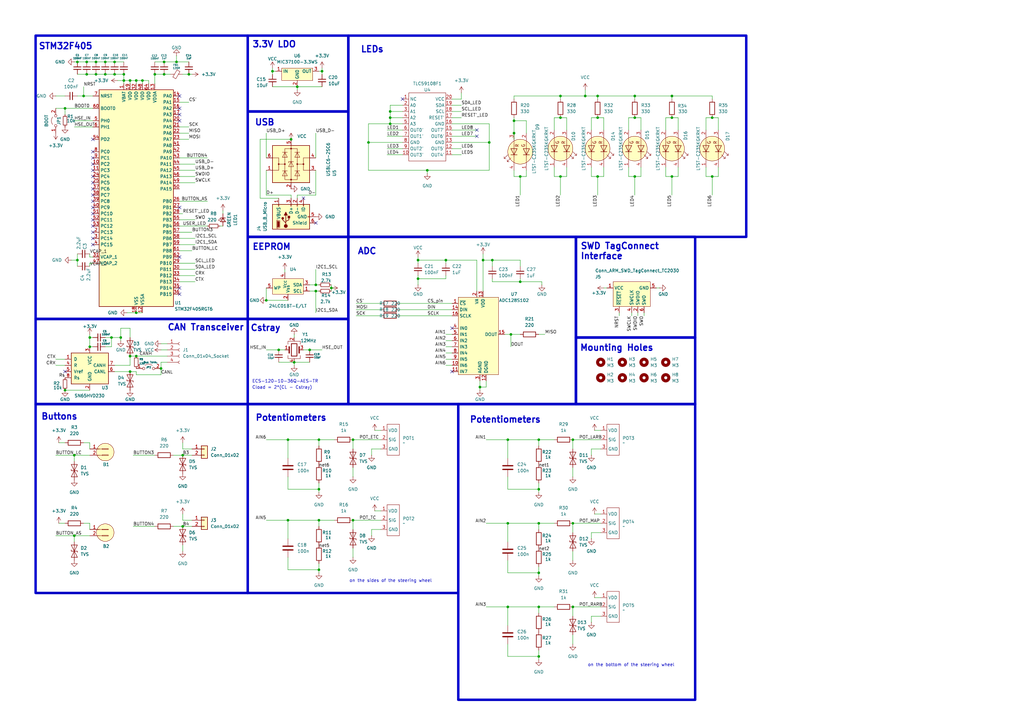
<source format=kicad_sch>
(kicad_sch (version 20231120) (generator "eeschema") (generator_version "8.0")
  (paper "A3")
  (title_block (title "SDM-25 Steering Wheel PCB") (date "2025-02-22") (rev "B") (company "Sun Devil Motorsports") (comment 1 "Rework to address CAN/USB/Routing Deficiencies"))
  (junction (at 260.35 39.37))
  (junction (at 135.89 118.11))
  (junction (at 111.76 29.21))
  (junction (at 58.42 33.02))
  (junction (at 151.13 58.42))
  (junction (at 35.56 25.4))
  (junction (at 43.18 30.48))
  (junction (at 132.08 29.21))
  (junction (at 220.98 269.24))
  (junction (at 77.47 30.48))
  (junction (at 171.45 106.68))
  (junction (at 130.81 213.36))
  (junction (at 209.55 137.16))
  (junction (at 201.93 106.68))
  (junction (at 109.22 123.19))
  (junction (at 46.99 25.4))
  (junction (at 63.5 30.48))
  (junction (at 74.93 215.9))
  (junction (at 245.11 48.26))
  (junction (at 292.1 48.26))
  (junction (at 45.72 138.43))
  (junction (at 67.31 30.48))
  (junction (at 30.48 219.71))
  (junction (at 198.12 106.68))
  (junction (at 213.36 72.39))
  (junction (at 208.28 180.34))
  (junction (at 200.66 58.42))
  (junction (at 130.81 233.68))
  (junction (at 160.02 45.72))
  (junction (at 229.87 48.26))
  (junction (at 292.1 72.39))
  (junction (at 130.81 200.66))
  (junction (at 43.18 25.4))
  (junction (at 55.88 128.27))
  (junction (at 53.34 152.4))
  (junction (at 275.59 48.26))
  (junction (at 118.11 213.36))
  (junction (at 53.34 146.05))
  (junction (at 220.98 234.95))
  (junction (at 229.87 39.37))
  (junction (at 120.65 148.59))
  (junction (at 220.98 200.66))
  (junction (at 39.37 25.4))
  (junction (at 26.67 160.02))
  (junction (at 171.45 114.3))
  (junction (at 36.83 142.24))
  (junction (at 234.95 180.34))
  (junction (at 55.88 146.05))
  (junction (at 119.38 57.15))
  (junction (at 39.37 30.48))
  (junction (at 46.99 30.48))
  (junction (at 67.31 25.4))
  (junction (at 26.67 44.45))
  (junction (at 34.29 39.37))
  (junction (at 36.83 138.43))
  (junction (at 234.95 214.63))
  (junction (at 72.39 25.4))
  (junction (at 245.11 72.39))
  (junction (at 35.56 30.48))
  (junction (at 50.8 30.48))
  (junction (at 275.59 72.39))
  (junction (at 31.75 106.68))
  (junction (at 129.54 116.84))
  (junction (at 240.03 39.37))
  (junction (at 66.04 151.13))
  (junction (at 220.98 214.63))
  (junction (at 121.92 35.56))
  (junction (at 260.35 72.39))
  (junction (at 213.36 115.57))
  (junction (at 229.87 72.39))
  (junction (at 208.28 248.92))
  (junction (at 118.11 180.34))
  (junction (at 196.85 158.75))
  (junction (at 210.82 49.53))
  (junction (at 53.34 33.02))
  (junction (at 175.26 69.85))
  (junction (at 210.82 54.61))
  (junction (at 30.48 186.69))
  (junction (at 31.75 25.4))
  (junction (at 114.3 143.51))
  (junction (at 182.88 106.68))
  (junction (at 130.81 180.34))
  (junction (at 74.93 186.69))
  (junction (at 49.53 138.43))
  (junction (at 144.78 213.36))
  (junction (at 234.95 248.92))
  (junction (at 208.28 214.63))
  (junction (at 275.59 39.37))
  (junction (at 127 143.51))
  (junction (at 260.35 48.26))
  (junction (at 144.78 180.34))
  (junction (at 220.98 180.34))
  (junction (at 245.11 39.37))
  (junction (at 220.98 248.92))
  (junction (at 129.54 119.38))
  (junction (at 160.02 50.8))
  (junction (at 160.02 48.26))
  (junction (at 50.8 33.02))
  (junction (at 55.88 33.02))
  (no_connect (at 38.1 92.71))
  (no_connect (at 73.66 118.11))
  (no_connect (at 38.1 95.25))
  (no_connect (at 38.1 72.39))
  (no_connect (at 73.66 46.99))
  (no_connect (at 73.66 39.37))
  (no_connect (at 73.66 105.41))
  (no_connect (at 38.1 85.09))
  (no_connect (at 73.66 49.53))
  (no_connect (at 73.66 85.09))
  (no_connect (at 38.1 67.31))
  (no_connect (at 38.1 90.17))
  (no_connect (at 185.42 152.4))
  (no_connect (at 38.1 82.55))
  (no_connect (at 38.1 69.85))
  (no_connect (at 195.58 55.88))
  (no_connect (at 195.58 53.34))
  (no_connect (at 73.66 120.65))
  (no_connect (at 38.1 57.15))
  (no_connect (at 38.1 87.63))
  (no_connect (at 38.1 62.23))
  (no_connect (at 38.1 64.77))
  (no_connect (at 38.1 74.93))
  (no_connect (at 129.54 91.44))
  (no_connect (at 124.46 81.28))
  (no_connect (at 165.1 40.64))
  (no_connect (at 38.1 97.79))
  (no_connect (at 38.1 100.33))
  (no_connect (at 38.1 77.47))
  (no_connect (at 38.1 80.01))
  (no_connect (at 26.67 152.4))
  (no_connect (at 73.66 44.45))
  (no_connect (at 185.42 134.62))
  (wire (pts (xy 163.83 124.46) (xy 185.42 124.46)))
  (wire (pts (xy 262.89 48.26) (xy 262.89 53.34)))
  (wire (pts (xy 60.96 34.29) (xy 60.96 33.02)))
  (wire (pts (xy 129.54 128.27) (xy 129.54 119.38)))
  (wire (pts (xy 73.66 67.31) (xy 80.01 67.31)))
  (wire (pts (xy 130.81 198.12) (xy 130.81 200.66)))
  (wire (pts (xy 35.56 30.48) (xy 39.37 30.48)))
  (wire (pts (xy 213.36 106.68) (xy 201.93 106.68)))
  (wire (pts (xy 262.89 72.39) (xy 262.89 68.58)))
  (wire (pts (xy 201.93 115.57) (xy 213.36 115.57)))
  (wire (pts (xy 201.93 109.22) (xy 201.93 106.68)))
  (wire (pts (xy 208.28 229.87) (xy 208.28 234.95)))
  (wire (pts (xy 66.04 151.13) (xy 66.04 153.67)))
  (wire (pts (xy 234.95 260.35) (xy 234.95 264.16)))
  (wire (pts (xy 269.24 118.11) (xy 270.51 118.11)))
  (wire (pts (xy 73.66 90.17) (xy 80.01 90.17)))
  (wire (pts (xy 234.95 248.92) (xy 234.95 252.73)))
  (wire (pts (xy 260.35 39.37) (xy 260.35 40.64)))
  (wire (pts (xy 243.84 245.11) (xy 246.38 245.11)))
  (wire (pts (xy 213.36 72.39) (xy 213.36 80.01)))
  (wire (pts (xy 74.93 184.15) (xy 78.74 184.15)))
  (wire (pts (xy 55.88 33.02) (xy 58.42 33.02)))
  (wire (pts (xy 111.76 30.48) (xy 111.76 29.21)))
  (wire (pts (xy 144.78 180.34) (xy 156.21 180.34)))
  (wire (pts (xy 35.56 25.4) (xy 39.37 25.4)))
  (wire (pts (xy 132.08 29.21) (xy 132.08 30.48)))
  (wire (pts (xy 245.11 72.39) (xy 245.11 80.01)))
  (wire (pts (xy 275.59 39.37) (xy 292.1 39.37)))
  (wire (pts (xy 30.48 186.69) (xy 36.83 186.69)))
  (wire (pts (xy 229.87 72.39) (xy 232.41 72.39)))
  (wire (pts (xy 118.11 200.66) (xy 130.81 200.66)))
  (wire (pts (xy 242.57 186.69) (xy 242.57 184.15)))
  (wire (pts (xy 135.89 118.11) (xy 137.16 118.11)))
  (wire (pts (xy 24.13 181.61) (xy 26.67 181.61)))
  (wire (pts (xy 53.34 33.02) (xy 53.34 34.29)))
  (wire (pts (xy 160.02 45.72) (xy 160.02 48.26)))
  (wire (pts (xy 129.54 110.49) (xy 129.54 116.84)))
  (wire (pts (xy 234.95 180.34) (xy 234.95 184.15)))
  (wire (pts (xy 72.39 22.86) (xy 72.39 25.4)))
  (wire (pts (xy 120.65 148.59) (xy 120.65 149.86)))
  (wire (pts (xy 242.57 68.58) (xy 242.57 72.39)))
  (wire (pts (xy 67.31 25.4) (xy 72.39 25.4)))
  (wire (pts (xy 73.66 41.91) (xy 77.47 41.91)))
  (wire (pts (xy 46.99 149.86) (xy 53.34 149.86)))
  (wire (pts (xy 210.82 49.53) (xy 215.9 49.53)))
  (wire (pts (xy 275.59 39.37) (xy 275.59 40.64)))
  (wire (pts (xy 273.05 48.26) (xy 273.05 53.34)))
  (wire (pts (xy 74.93 223.52) (xy 74.93 226.06)))
  (wire (pts (xy 50.8 33.02) (xy 53.34 33.02)))
  (wire (pts (xy 185.42 45.72) (xy 189.23 45.72)))
  (wire (pts (xy 66.04 151.13) (xy 66.04 148.59)))
  (wire (pts (xy 199.39 248.92) (xy 208.28 248.92)))
  (wire (pts (xy 198.12 104.14) (xy 198.12 106.68)))
  (wire (pts (xy 118.11 213.36) (xy 130.81 213.36)))
  (wire (pts (xy 260.35 72.39) (xy 262.89 72.39)))
  (wire (pts (xy 160.02 48.26) (xy 160.02 50.8)))
  (wire (pts (xy 160.02 43.18) (xy 160.02 45.72)))
  (wire (pts (xy 292.1 48.26) (xy 294.64 48.26)))
  (wire (pts (xy 114.3 81.28) (xy 106.68 81.28)))
  (wire (pts (xy 114.3 143.51) (xy 116.84 143.51)))
  (wire (pts (xy 245.11 48.26) (xy 247.65 48.26)))
  (wire (pts (xy 220.98 234.95) (xy 220.98 236.22)))
  (wire (pts (xy 26.67 160.02) (xy 36.83 160.02)))
  (wire (pts (xy 273.05 68.58) (xy 273.05 72.39)))
  (wire (pts (xy 130.81 180.34) (xy 137.16 180.34)))
  (wire (pts (xy 171.45 114.3) (xy 182.88 114.3)))
  (wire (pts (xy 210.82 40.64) (xy 210.82 39.37)))
  (wire (pts (xy 49.53 134.62) (xy 53.34 134.62)))
  (wire (pts (xy 196.85 156.21) (xy 196.85 158.75)))
  (wire (pts (xy 229.87 48.26) (xy 232.41 48.26)))
  (wire (pts (xy 55.88 153.67) (xy 55.88 152.4)))
  (wire (pts (xy 213.36 109.22) (xy 213.36 106.68)))
  (wire (pts (xy 49.53 139.7) (xy 49.53 138.43)))
  (wire (pts (xy 73.66 54.61) (xy 77.47 54.61)))
  (wire (pts (xy 71.12 215.9) (xy 74.93 215.9)))
  (wire (pts (xy 74.93 215.9) (xy 78.74 215.9)))
  (wire (pts (xy 36.83 138.43) (xy 36.83 142.24)))
  (wire (pts (xy 55.88 128.27) (xy 58.42 128.27)))
  (wire (pts (xy 73.66 100.33) (xy 80.01 100.33)))
  (wire (pts (xy 114.3 148.59) (xy 120.65 148.59)))
  (wire (pts (xy 130.81 213.36) (xy 137.16 213.36)))
  (wire (pts (xy 130.81 29.21) (xy 132.08 29.21)))
  (wire (pts (xy 106.68 81.28) (xy 106.68 57.15)))
  (wire (pts (xy 210.82 69.85) (xy 210.82 72.39)))
  (wire (pts (xy 292.1 48.26) (xy 289.56 48.26)))
  (wire (pts (xy 74.93 186.69) (xy 78.74 186.69)))
  (wire (pts (xy 227.33 48.26) (xy 227.33 53.34)))
  (wire (pts (xy 118.11 180.34) (xy 130.81 180.34)))
  (wire (pts (xy 247.65 48.26) (xy 247.65 53.34)))
  (wire (pts (xy 73.66 82.55) (xy 85.09 82.55)))
  (wire (pts (xy 22.86 219.71) (xy 30.48 219.71)))
  (wire (pts (xy 130.81 200.66) (xy 130.81 201.93)))
  (wire (pts (xy 46.99 152.4) (xy 53.34 152.4)))
  (wire (pts (xy 234.95 248.92) (xy 246.38 248.92)))
  (wire (pts (xy 144.78 180.34) (xy 144.78 184.15)))
  (wire (pts (xy 220.98 232.41) (xy 220.98 234.95)))
  (wire (pts (xy 294.64 72.39) (xy 294.64 68.58)))
  (wire (pts (xy 118.11 180.34) (xy 118.11 187.96)))
  (wire (pts (xy 182.88 149.86) (xy 185.42 149.86)))
  (wire (pts (xy 185.42 63.5) (xy 189.23 63.5)))
  (wire (pts (xy 46.99 30.48) (xy 50.8 30.48)))
  (wire (pts (xy 220.98 200.66) (xy 220.98 201.93)))
  (wire (pts (xy 185.42 60.96) (xy 189.23 60.96)))
  (wire (pts (xy 229.87 72.39) (xy 229.87 80.01)))
  (wire (pts (xy 292.1 72.39) (xy 294.64 72.39)))
  (wire (pts (xy 232.41 72.39) (xy 232.41 68.58)))
  (wire (pts (xy 158.75 53.34) (xy 165.1 53.34)))
  (wire (pts (xy 74.93 210.82) (xy 74.93 213.36)))
  (wire (pts (xy 73.66 107.95) (xy 80.01 107.95)))
  (wire (pts (xy 215.9 72.39) (xy 215.9 69.85)))
  (wire (pts (xy 22.86 39.37) (xy 26.67 39.37)))
  (wire (pts (xy 229.87 48.26) (xy 227.33 48.26)))
  (wire (pts (xy 144.78 191.77) (xy 144.78 195.58)))
  (wire (pts (xy 31.75 25.4) (xy 35.56 25.4)))
  (wire (pts (xy 182.88 106.68) (xy 195.58 106.68)))
  (wire (pts (xy 200.66 58.42) (xy 200.66 50.8)))
  (wire (pts (xy 198.12 106.68) (xy 198.12 119.38)))
  (wire (pts (xy 55.88 34.29) (xy 55.88 33.02)))
  (wire (pts (xy 171.45 107.95) (xy 171.45 106.68)))
  (wire (pts (xy 50.8 34.29) (xy 50.8 33.02)))
  (wire (pts (xy 118.11 195.58) (xy 118.11 200.66)))
  (wire (pts (xy 151.13 69.85) (xy 175.26 69.85)))
  (wire (pts (xy 199.39 158.75) (xy 196.85 158.75)))
  (wire (pts (xy 43.18 138.43) (xy 45.72 138.43)))
  (wire (pts (xy 245.11 72.39) (xy 247.65 72.39)))
  (wire (pts (xy 91.44 92.71) (xy 90.17 92.71)))
  (wire (pts (xy 245.11 39.37) (xy 260.35 39.37)))
  (wire (pts (xy 127 143.51) (xy 124.46 143.51)))
  (wire (pts (xy 152.4 186.69) (xy 152.4 184.15)))
  (wire (pts (xy 152.4 219.71) (xy 152.4 217.17)))
  (wire (pts (xy 201.93 106.68) (xy 198.12 106.68)))
  (wire (pts (xy 106.68 57.15) (xy 119.38 57.15)))
  (wire (pts (xy 210.82 39.37) (xy 229.87 39.37)))
  (wire (pts (xy 210.82 48.26) (xy 210.82 49.53)))
  (wire (pts (xy 234.95 214.63) (xy 246.38 214.63)))
  (wire (pts (xy 243.84 176.53) (xy 246.38 176.53)))
  (wire (pts (xy 63.5 30.48) (xy 63.5 34.29)))
  (wire (pts (xy 121.92 36.83) (xy 121.92 35.56)))
  (wire (pts (xy 73.66 74.93) (xy 80.01 74.93)))
  (wire (pts (xy 30.48 186.69) (xy 30.48 189.23)))
  (wire (pts (xy 208.28 248.92) (xy 208.28 256.54)))
  (wire (pts (xy 160.02 48.26) (xy 165.1 48.26)))
  (wire (pts (xy 29.21 106.68) (xy 31.75 106.68)))
  (wire (pts (xy 109.22 143.51) (xy 114.3 143.51)))
  (wire (pts (xy 294.64 48.26) (xy 294.64 53.34)))
  (wire (pts (xy 158.75 60.96) (xy 165.1 60.96)))
  (wire (pts (xy 199.39 214.63) (xy 208.28 214.63)))
  (wire (pts (xy 34.29 181.61) (xy 36.83 181.61)))
  (wire (pts (xy 111.76 27.94) (xy 111.76 29.21)))
  (wire (pts (xy 182.88 144.78) (xy 185.42 144.78)))
  (wire (pts (xy 63.5 25.4) (xy 67.31 25.4)))
  (wire (pts (xy 72.39 25.4) (xy 77.47 25.4)))
  (wire (pts (xy 275.59 48.26) (xy 278.13 48.26)))
  (wire (pts (xy 220.98 214.63) (xy 227.33 214.63)))
  (wire (pts (xy 185.42 43.18) (xy 189.23 43.18)))
  (wire (pts (xy 73.66 69.85) (xy 80.01 69.85)))
  (wire (pts (xy 182.88 147.32) (xy 185.42 147.32)))
  (wire (pts (xy 109.22 180.34) (xy 118.11 180.34)))
  (wire (pts (xy 220.98 248.92) (xy 220.98 251.46)))
  (wire (pts (xy 118.11 213.36) (xy 118.11 220.98)))
  (wire (pts (xy 158.75 63.5) (xy 165.1 63.5)))
  (wire (pts (xy 175.26 69.85) (xy 200.66 69.85)))
  (wire (pts (xy 234.95 191.77) (xy 234.95 195.58)))
  (wire (pts (xy 152.4 217.17) (xy 156.21 217.17)))
  (wire (pts (xy 160.02 50.8) (xy 151.13 50.8)))
  (wire (pts (xy 109.22 80.01) (xy 119.38 80.01)))
  (wire (pts (xy 130.81 213.36) (xy 130.81 215.9)))
  (wire (pts (xy 109.22 118.11) (xy 109.22 123.19)))
  (wire (pts (xy 30.48 25.4) (xy 31.75 25.4)))
  (wire (pts (xy 260.35 39.37) (xy 275.59 39.37)))
  (wire (pts (xy 158.75 55.88) (xy 165.1 55.88)))
  (wire (pts (xy 189.23 40.64) (xy 189.23 38.1)))
  (wire (pts (xy 36.83 181.61) (xy 36.83 184.15)))
  (wire (pts (xy 232.41 48.26) (xy 232.41 53.34)))
  (wire (pts (xy 55.88 146.05) (xy 68.58 146.05)))
  (wire (pts (xy 196.85 158.75) (xy 196.85 160.02)))
  (wire (pts (xy 220.98 198.12) (xy 220.98 200.66)))
  (wire (pts (xy 22.86 44.45) (xy 26.67 44.45)))
  (wire (pts (xy 73.66 57.15) (xy 77.47 57.15)))
  (wire (pts (xy 220.98 180.34) (xy 220.98 182.88)))
  (wire (pts (xy 73.66 113.03) (xy 80.01 113.03)))
  (wire (pts (xy 109.22 123.19) (xy 118.11 123.19)))
  (wire (pts (xy 257.81 48.26) (xy 257.81 53.34)))
  (wire (pts (xy 259.08 129.54) (xy 259.08 128.27)))
  (wire (pts (xy 242.57 218.44) (xy 246.38 218.44)))
  (wire (pts (xy 275.59 48.26) (xy 273.05 48.26)))
  (wire (pts (xy 109.22 54.61) (xy 109.22 64.77)))
  (wire (pts (xy 34.29 35.56) (xy 34.29 39.37)))
  (wire (pts (xy 165.1 43.18) (xy 160.02 43.18)))
  (wire (pts (xy 73.66 110.49) (xy 80.01 110.49)))
  (wire (pts (xy 195.58 119.38) (xy 195.58 106.68)))
  (wire (pts (xy 260.35 48.26) (xy 262.89 48.26)))
  (wire (pts (xy 245.11 48.26) (xy 242.57 48.26)))
  (wire (pts (xy 153.67 209.55) (xy 156.21 209.55)))
  (wire (pts (xy 71.12 186.69) (xy 74.93 186.69)))
  (wire (pts (xy 242.57 252.73) (xy 246.38 252.73)))
  (wire (pts (xy 247.65 72.39) (xy 247.65 68.58)))
  (wire (pts (xy 66.04 148.59) (xy 68.58 148.59)))
  (wire (pts (xy 182.88 113.03) (xy 182.88 114.3)))
  (wire (pts (xy 129.54 54.61) (xy 129.54 64.77)))
  (wire (pts (xy 30.48 219.71) (xy 30.48 222.25)))
  (wire (pts (xy 31.75 39.37) (xy 34.29 39.37)))
  (wire (pts (xy 199.39 180.34) (xy 208.28 180.34)))
  (wire (pts (xy 109.22 213.36) (xy 118.11 213.36)))
  (wire (pts (xy 209.55 137.16) (xy 209.55 142.24)))
  (wire (pts (xy 260.35 72.39) (xy 260.35 80.01)))
  (wire (pts (xy 53.34 134.62) (xy 53.34 138.43)))
  (wire (pts (xy 46.99 25.4) (xy 50.8 25.4)))
  (wire (pts (xy 73.66 52.07) (xy 77.47 52.07)))
  (wire (pts (xy 39.37 25.4) (xy 43.18 25.4)))
  (wire (pts (xy 73.66 97.79) (xy 80.01 97.79)))
  (wire (pts (xy 73.66 87.63) (xy 74.93 87.63)))
  (wire (pts (xy 77.47 30.48) (xy 78.74 30.48)))
  (wire (pts (xy 129.54 80.01) (xy 129.54 69.85)))
  (wire (pts (xy 220.98 180.34) (xy 227.33 180.34)))
  (wire (pts (xy 242.57 48.26) (xy 242.57 53.34)))
  (wire (pts (xy 135.89 116.84) (xy 135.89 118.11)))
  (wire (pts (xy 43.18 142.24) (xy 45.72 142.24)))
  (wire (pts (xy 146.05 124.46) (xy 156.21 124.46)))
  (wire (pts (xy 208.28 248.92) (xy 220.98 248.92)))
  (wire (pts (xy 243.84 210.82) (xy 246.38 210.82)))
  (wire (pts (xy 43.18 25.4) (xy 46.99 25.4)))
  (wire (pts (xy 242.57 255.27) (xy 242.57 252.73)))
  (wire (pts (xy 234.95 214.63) (xy 234.95 218.44)))
  (wire (pts (xy 185.42 58.42) (xy 200.66 58.42)))
  (wire (pts (xy 91.44 86.36) (xy 91.44 87.63)))
  (wire (pts (xy 208.28 234.95) (xy 220.98 234.95)))
  (wire (pts (xy 215.9 49.53) (xy 215.9 54.61)))
  (wire (pts (xy 208.28 180.34) (xy 208.28 187.96)))
  (wire (pts (xy 109.22 69.85) (xy 109.22 80.01)))
  (wire (pts (xy 208.28 195.58) (xy 208.28 200.66)))
  (wire (pts (xy 151.13 50.8) (xy 151.13 58.42)))
  (wire (pts (xy 39.37 30.48) (xy 43.18 30.48)))
  (wire (pts (xy 200.66 69.85) (xy 200.66 58.42)))
  (wire (pts (xy 31.75 106.68) (xy 31.75 109.22)))
  (wire (pts (xy 52.07 128.27) (xy 55.88 128.27)))
  (wire (pts (xy 73.66 72.39) (xy 80.01 72.39)))
  (wire (pts (xy 36.83 137.16) (xy 36.83 138.43)))
  (wire (pts (xy 22.86 147.32) (xy 26.67 147.32)))
  (wire (pts (xy 240.03 39.37) (xy 245.11 39.37)))
  (wire (pts (xy 43.18 30.48) (xy 46.99 30.48)))
  (wire (pts (xy 234.95 226.06) (xy 234.95 229.87)))
  (wire (pts (xy 66.04 140.97) (xy 68.58 140.97)))
  (wire (pts (xy 257.81 72.39) (xy 260.35 72.39)))
  (wire (pts (xy 54.61 186.69) (xy 63.5 186.69)))
  (wire (pts (xy 144.78 224.79) (xy 144.78 228.6)))
  (wire (pts (xy 135.89 118.11) (xy 135.89 119.38)))
  (wire (pts (xy 34.29 39.37) (xy 38.1 39.37)))
  (wire (pts (xy 54.61 215.9) (xy 63.5 215.9)))
  (wire (pts (xy 182.88 139.7) (xy 185.42 139.7)))
  (wire (pts (xy 24.13 214.63) (xy 26.67 214.63)))
  (wire (pts (xy 121.92 80.01) (xy 129.54 80.01)))
  (wire (pts (xy 160.02 45.72) (xy 165.1 45.72)))
  (wire (pts (xy 45.72 138.43) (xy 49.53 138.43)))
  (wire (pts (xy 144.78 213.36) (xy 156.21 213.36)))
  (wire (pts (xy 234.95 180.34) (xy 246.38 180.34)))
  (wire (pts (xy 53.34 149.86) (xy 53.34 146.05)))
  (wire (pts (xy 273.05 72.39) (xy 275.59 72.39)))
  (wire (pts (xy 67.31 30.48) (xy 69.85 30.48)))
  (wire (pts (xy 38.1 142.24) (xy 36.83 142.24)))
  (wire (pts (xy 182.88 106.68) (xy 171.45 106.68)))
  (wire (pts (xy 129.54 119.38) (xy 127 119.38)))
  (wire (pts (xy 130.81 180.34) (xy 130.81 182.88)))
  (wire (pts (xy 207.01 137.16) (xy 209.55 137.16)))
  (wire (pts (xy 132.08 27.94) (xy 132.08 29.21)))
  (wire (pts (xy 121.92 35.56) (xy 132.08 35.56)))
  (wire (pts (xy 36.83 104.14) (xy 36.83 105.41)))
  (wire (pts (xy 227.33 72.39) (xy 229.87 72.39)))
  (wire (pts (xy 185.42 48.26) (xy 189.23 48.26)))
  (wire (pts (xy 210.82 49.53) (xy 210.82 54.61)))
  (wire (pts (xy 275.59 72.39) (xy 278.13 72.39)))
  (wire (pts (xy 55.88 153.67) (xy 66.04 153.67)))
  (wire (pts (xy 129.54 116.84) (xy 130.81 116.84)))
  (wire (pts (xy 146.05 127) (xy 156.21 127)))
  (wire (pts (xy 120.65 137.16) (xy 120.65 138.43)))
  (wire (pts (xy 151.13 58.42) (xy 151.13 69.85)))
  (wire (pts (xy 129.54 116.84) (xy 127 116.84)))
  (wire (pts (xy 175.26 69.85) (xy 175.26 71.12)))
  (wire (pts (xy 30.48 52.07) (xy 38.1 52.07)))
  (wire (pts (xy 165.1 50.8) (xy 160.02 50.8)))
  (wire (pts (xy 245.11 39.37) (xy 245.11 40.64)))
  (wire (pts (xy 163.83 129.54) (xy 185.42 129.54)))
  (wire (pts (xy 74.93 213.36) (xy 78.74 213.36)))
  (wire (pts (xy 222.25 115.57) (xy 222.25 116.84)))
  (wire (pts (xy 208.28 200.66) (xy 220.98 200.66)))
  (wire (pts (xy 210.82 54.61) (xy 210.82 57.15)))
  (wire (pts (xy 264.16 129.54) (xy 264.16 128.27)))
  (wire (pts (xy 242.57 72.39) (xy 245.11 72.39)))
  (wire (pts (xy 229.87 39.37) (xy 240.03 39.37)))
  (wire (pts (xy 74.93 30.48) (xy 77.47 30.48)))
  (wire (pts (xy 53.34 146.05) (xy 55.88 146.05)))
  (wire (pts (xy 289.56 68.58) (xy 289.56 72.39)))
  (wire (pts (xy 31.75 104.14) (xy 31.75 106.68)))
  (wire (pts (xy 185.42 55.88) (xy 195.58 55.88)))
  (wire (pts (xy 171.45 113.03) (xy 171.45 114.3)))
  (wire (pts (xy 182.88 142.24) (xy 185.42 142.24)))
  (wire (pts (xy 120.65 148.59) (xy 127 148.59)))
  (wire (pts (xy 275.59 72.39) (xy 275.59 80.01)))
  (wire (pts (xy 220.98 269.24) (xy 220.98 270.51)))
  (wire (pts (xy 208.28 214.63) (xy 220.98 214.63)))
  (wire (pts (xy 58.42 34.29) (xy 58.42 33.02)))
  (wire (pts (xy 242.57 184.15) (xy 246.38 184.15)))
  (wire (pts (xy 278.13 48.26) (xy 278.13 53.34)))
  (wire (pts (xy 48.26 33.02) (xy 50.8 33.02)))
  (wire (pts (xy 240.03 36.83) (xy 240.03 39.37)))
  (wire (pts (xy 30.48 49.53) (xy 38.1 49.53)))
  (wire (pts (xy 73.66 115.57) (xy 80.01 115.57)))
  (wire (pts (xy 208.28 269.24) (xy 220.98 269.24)))
  (wire (pts (xy 213.36 114.3) (xy 213.36 115.57)))
  (wire (pts (xy 26.67 46.99) (xy 26.67 44.45)))
  (wire (pts (xy 119.38 80.01) (xy 119.38 81.28)))
  (wire (pts (xy 55.88 152.4) (xy 53.34 152.4)))
  (wire (pts (xy 30.48 219.71) (xy 36.83 219.71)))
  (wire (pts (xy 45.72 142.24) (xy 45.72 138.43)))
  (wire (pts (xy 171.45 106.68) (xy 171.45 105.41)))
  (wire (pts (xy 220.98 137.16) (xy 223.52 137.16)))
  (wire (pts (xy 31.75 30.48) (xy 35.56 30.48)))
  (wire (pts (xy 50.8 30.48) (xy 50.8 33.02)))
  (wire (pts (xy 163.83 127) (xy 185.42 127)))
  (wire (pts (xy 200.66 50.8) (xy 185.42 50.8)))
  (wire (pts (xy 278.13 72.39) (xy 278.13 68.58)))
  (wire (pts (xy 130.81 231.14) (xy 130.81 233.68)))
  (wire (pts (xy 210.82 72.39) (xy 213.36 72.39)))
  (wire (pts (xy 111.76 29.21) (xy 113.03 29.21)))
  (wire (pts (xy 116.84 110.49) (xy 116.84 111.76)))
  (wire (pts (xy 111.76 35.56) (xy 121.92 35.56)))
  (wire (pts (xy 63.5 30.48) (xy 67.31 30.48)))
  (wire (pts (xy 22.86 149.86) (xy 26.67 149.86)))
  (wire (pts (xy 36.83 217.17) (xy 36.83 214.63)))
  (wire (pts (xy 49.53 138.43) (xy 49.53 134.62)))
  (wire (pts (xy 213.36 72.39) (xy 215.9 72.39)))
  (wire (pts (xy 152.4 184.15) (xy 156.21 184.15)))
  (wire (pts (xy 36.83 109.22) (xy 36.83 107.95)))
  (wire (pts (xy 261.62 129.54) (xy 261.62 128.27)))
  (wire (pts (xy 73.66 92.71) (xy 85.09 92.71)))
  (wire (pts (xy 146.05 129.54) (xy 156.21 129.54)))
  (wire (pts (xy 118.11 233.68) (xy 130.81 233.68)))
  (wire (pts (xy 242.57 220.98) (xy 242.57 218.44)))
  (wire (pts (xy 289.56 72.39) (xy 292.1 72.39)))
  (wire (pts (xy 144.78 213.36) (xy 144.78 217.17)))
  (wire (pts (xy 182.88 106.68) (xy 182.88 107.95)))
  (wire (pts (xy 121.92 81.28) (xy 121.92 80.01)))
  (wire (pts (xy 289.56 48.26) (xy 289.56 53.34)))
  (wire (pts (xy 208.28 214.63) (xy 208.28 222.25)))
  (wire (pts (xy 153.67 176.53) (xy 156.21 176.53)))
  (wire (pts (xy 292.1 72.39) (xy 292.1 80.01)))
  (wire (pts (xy 208.28 180.34) (xy 220.98 180.34)))
  (wire (pts (xy 199.39 156.21) (xy 199.39 158.75)))
  (wire (pts (xy 209.55 137.16) (xy 213.36 137.16)))
  (wire (pts (xy 73.66 64.77) (xy 85.09 64.77)))
  (wire (pts (xy 171.45 114.3) (xy 171.45 116.84)))
  (wire (pts (xy 227.33 68.58) (xy 227.33 72.39)))
  (wire (pts (xy 22.86 186.69) (xy 30.48 186.69)))
  (wire (pts (xy 182.88 137.16) (xy 185.42 137.16)))
  (wire (pts (xy 26.67 44.45) (xy 38.1 44.45)))
  (wire (pts (xy 220.98 266.7) (xy 220.98 269.24)))
  (wire (pts (xy 260.35 48.26) (xy 257.81 48.26)))
  (wire (pts (xy 254 129.54) (xy 254 128.27)))
  (wire (pts (xy 127 143.51) (xy 132.08 143.51)))
  (wire (pts (xy 220.98 248.92) (xy 227.33 248.92)))
  (wire (pts (xy 229.87 39.37) (xy 229.87 40.64)))
  (wire (pts (xy 73.66 95.25) (xy 78.74 95.25)))
  (wire (pts (xy 36.83 107.95) (xy 38.1 107.95)))
  (wire (pts (xy 118.11 228.6) (xy 118.11 233.68)))
  (wire (pts (xy 129.54 119.38) (xy 130.81 119.38)))
  (wire (pts (xy 213.36 115.57) (xy 222.25 115.57)))
  (wire (pts (xy 185.42 53.34) (xy 195.58 53.34)))
  (wire (pts (xy 36.83 105.41) (xy 38.1 105.41)))
  (wire (pts (xy 66.04 143.51) (xy 68.58 143.51)))
  (wire (pts (xy 130.81 233.68) (xy 130.81 234.95)))
  (wire (pts (xy 74.93 181.61) (xy 74.93 184.15)))
  (wire (pts (xy 55.88 33.02) (xy 53.34 33.02)))
  (wire (pts (xy 38.1 138.43) (xy 36.83 138.43)))
  (wire (pts (xy 247.65 118.11) (xy 248.92 118.11)))
  (wire (pts (xy 73.66 102.87) (xy 78.74 102.87)))
  (wire (pts (xy 201.93 114.3) (xy 201.93 115.57)))
  (wire (pts (xy 151.13 58.42) (xy 165.1 58.42)))
  (wire (pts (xy 185.42 40.64) (xy 189.23 40.64)))
  (wire (pts (xy 208.28 264.16) (xy 208.28 269.24)))
  (wire (pts (xy 60.96 33.02) (xy 58.42 33.02)))
  (wire (pts (xy 220.98 214.63) (xy 220.98 217.17)))
  (wire (pts (xy 257.81 68.58) (xy 257.81 72.39)))
  (wire (pts (xy 34.29 214.63) (xy 36.83 214.63)))
  (wire (pts (xy 292.1 39.37) (xy 292.1 40.64)))
  (rectangle (start 101.6 130.81) (end 142.875 165.735) (stroke (width 1)))
  (rectangle (start 142.875 97.155) (end 236.22 165.735) (stroke (width 1)))
  (rectangle (start 14.605 14.605) (end 101.6 130.81) (stroke (width 1)))
  (rectangle (start 101.6 14.605) (end 142.875 45.72) (stroke (width 1)))
  (rectangle (start 236.22 97.155) (end 285.115 138.43) (stroke (width 1)))
  (rectangle (start 236.22 138.43) (end 285.115 165.735) (stroke (width 1)))
  (rectangle (start 142.875 14.605) (end 306.07 97.155) (stroke (width 1)))
  (rectangle (start 101.6 165.735) (end 187.96 243.205) (stroke (width 1)))
  (rectangle (start 14.605 165.735) (end 101.6 243.205) (stroke (width 1)))
  (rectangle (start 101.6 45.72) (end 142.875 97.155) (stroke (width 1)))
  (rectangle (start 187.96 165.735) (end 285.115 287.02) (stroke (width 1)))
  (rectangle (start 14.605 130.81) (end 101.6 165.735) (stroke (width 1)))
  (rectangle (start 101.6 97.155) (end 142.875 130.81) (stroke (width 1)))
  (text "Cstray" (at 102.616 136.144 0) (effects (font (size 2.56 2.56) (thickness 0.512) (bold yes)) (justify left bottom)))
  (text "CAN Transceiver" (at 68.58 135.89 0) (effects (font (size 2.56 2.56) (thickness 0.512) (bold yes)) (justify left bottom)))
  (text "Buttons" (at 16.764 172.466 0) (effects (font (size 2.56 2.56) (thickness 0.512) (bold yes)) (justify left bottom)))
  (text "STM32F405" (at 15.748 20.574 0) (effects (font (size 2.56 2.56) (thickness 0.512) (bold yes)) (justify left bottom)))
  (text "on the bottom of the steering wheel" (at 241.046 273.558 0) (effects (font (size 1.27 1.27)) (justify left bottom)))
  (text "Mounting Holes" (at 237.744 144.272 0) (effects (font (size 2.56 2.56) (thickness 0.512) (bold yes)) (justify left bottom)))
  (text "Potentiometers" (at 104.648 172.974 0) (effects (font (size 2.56 2.56) (thickness 0.512) (bold yes)) (justify left bottom)))
  (text "SWD TagConnect\nInterface" (at 237.998 106.68 0) (effects (font (size 2.56 2.56) (thickness 0.512) (bold yes)) (justify left bottom)))
  (text "USB" (at 104.394 51.816 0) (effects (font (size 2.56 2.56) (thickness 0.512) (bold yes)) (justify left bottom)))
  (text "ADC" (at 146.558 104.648 0) (effects (font (size 2.56 2.56) (thickness 0.512) (bold yes)) (justify left bottom)))
  (text "Potentiometers" (at 192.532 173.736 0) (effects (font (size 2.56 2.56) (thickness 0.512) (bold yes)) (justify left bottom)))
  (text "LEDs" (at 147.828 21.844 0) (effects (font (size 2.56 2.56) (thickness 0.512) (bold yes)) (justify left bottom)))
  (text "on the sides of the steering wheel" (at 143.256 239.014 0) (effects (font (size 1.27 1.27)) (justify left bottom)))
  (text "3.3V LDO" (at 103.378 19.812 0) (effects (font (size 2.56 2.56) (thickness 0.512) (bold yes)) (justify left bottom)))
  (text "Cload = 2*(CL - Cstray)" (at 103.378 159.766 0) (effects (font (size 1.27 1.27)) (justify left bottom)))
  (text "EEPROM" (at 103.378 102.87 0) (effects (font (size 2.56 2.56) (thickness 0.512) (bold yes)) (justify left bottom)))
  (text "ECS-120-10-36Q-AES-TR" (at 103.378 157.226 0) (effects (font (size 1.27 1.27)) (justify left bottom)))
  (label "BUTTON4" (at 54.61 215.9 0))
  (label "I2C1_SDA" (at 80.01 100.33 0))
  (label "SDA_LED" (at 189.23 43.18 0))
  (label "BUTTON3" (at 54.61 186.69 0))
  (label "AIN2" (at 182.88 139.7 180))
  (label "POT_MAP" (at 237.49 214.63 0))
  (label "CRX" (at 80.01 113.03 0))
  (label "LED6" (at 189.23 60.96 0))
  (label "LED2" (at 229.87 80.01 270))
  (label "CANH" (at 57.15 146.05 0))
  (label "SWDIO" (at 80.01 72.39 0))
  (label "net5" (at 130.81 224.79 0))
  (label "LED8" (at 189.23 53.34 0))
  (label "LED4" (at 158.75 63.5 0))
  (label "HSE_IN" (at 30.48 49.53 0))
  (label "USB_D-" (at 80.01 67.31 0))
  (label "MISO" (at 77.47 54.61 0))
  (label "NRST" (at 34.29 35.56 0))
  (label "BUTTON_LC" (at 78.74 102.87 0))
  (label "BUTTON_LC" (at 22.86 186.69 0))
  (label "MISO" (at 223.52 137.16 0))
  (label "AIN6" (at 182.88 149.86 180))
  (label "LED7" (at 189.23 55.88 0))
  (label "USB_D-" (at 129.54 54.61 0))
  (label "AIN5" (at 182.88 147.32 180))
  (label "CRX" (at 22.86 149.86 180))
  (label "CS'" (at 146.05 124.46 0))
  (label "NRST" (at 254 129.54 270))
  (label "AIN3" (at 199.39 248.92 180))
  (label "I2C1_SCL" (at 80.01 97.79 0))
  (label "LED3" (at 158.75 60.96 0))
  (label "MOSI" (at 146.05 127 0))
  (label "DIN" (at 175.26 127 0))
  (label "USER_LED" (at 74.93 92.71 0))
  (label "LED4" (at 260.35 80.01 270))
  (label "LED3" (at 245.11 80.01 270))
  (label "AIN1" (at 199.39 180.34 180))
  (label "LED1" (at 213.36 80.01 270))
  (label "AIN3" (at 182.88 142.24 180))
  (label "BUTTON_AS" (at 85.09 82.55 180))
  (label "POT_LARB" (at 237.49 180.34 0))
  (label "HSE_IN" (at 109.22 143.51 180))
  (label "LED6" (at 292.1 80.01 270))
  (label "LED1" (at 158.75 53.34 0))
  (label "CTX" (at 80.01 115.57 0))
  (label "MOSI" (at 77.47 57.15 0))
  (label "HSE_OUT" (at 132.08 143.51 0))
  (label "B3" (at 74.93 186.69 0))
  (label "SWDIO" (at 261.62 129.54 270))
  (label "SDA_LED" (at 80.01 110.49 0))
  (label "D+" (at 109.22 80.01 0))
  (label "RESET'_LED" (at 189.23 48.26 0))
  (label "LED5" (at 189.23 63.5 0))
  (label "I2C1_SDA" (at 129.54 128.27 0))
  (label "net6" (at 130.81 191.77 0))
  (label "SWO" (at 264.16 129.54 270))
  (label "AIN6" (at 109.22 180.34 180))
  (label "CS'" (at 77.47 41.91 0))
  (label "I2C1_SCL" (at 129.54 110.49 0))
  (label "SCK" (at 77.47 52.07 0))
  (label "net2" (at 220.98 226.06 0))
  (label "USB_D+" (at 80.01 69.85 0))
  (label "VCAP_1" (at 36.83 104.14 0))
  (label "SCL_LED" (at 80.01 107.95 0))
  (label "VCAP_2" (at 36.83 109.22 0))
  (label "CTX" (at 22.86 147.32 180))
  (label "BOOT0" (at 30.48 44.45 0))
  (label "D-" (at 129.54 80.01 180))
  (label "SCL_LED" (at 189.23 45.72 0))
  (label "BUTTON4" (at 85.09 64.77 180))
  (label "POT_TC" (at 147.32 213.36 0))
  (label "USB_D+" (at 109.22 54.61 0))
  (label "SWCLK" (at 80.01 74.93 0))
  (label "SWCLK" (at 259.08 129.54 270))
  (label "net1" (at 220.98 191.77 0))
  (label "SCLK" (at 175.26 129.54 0))
  (label "AIN2" (at 199.39 214.63 180))
  (label "SWO" (at 80.01 90.17 0))
  (label "LED5" (at 275.59 80.01 270))
  (label "BUTTON_AS" (at 22.86 219.71 0))
  (label "CS_pin" (at 175.26 124.46 0))
  (label "HSE_OUT" (at 30.48 52.07 0))
  (label "AIN1" (at 182.88 137.16 180))
  (label "B4" (at 74.93 215.9 0))
  (label "AIN4" (at 182.88 144.78 180))
  (label "CANL" (at 66.04 153.67 0))
  (label "Rs" (at 26.67 154.94 180))
  (label "SCK" (at 146.05 129.54 0))
  (label "DOUT" (at 209.55 142.24 0))
  (label "LED2" (at 158.75 55.88 0))
  (label "POT_ETC" (at 147.32 180.34 0))
  (label "RESET'_LED" (at 74.93 87.63 0))
  (label "POT_RARB" (at 237.49 248.92 0))
  (label "BUTTON3" (at 78.74 95.25 0))
  (label "AIN5" (at 109.22 213.36 180))
  (symbol (lib_id "Device:R") (at 231.14 248.92 90) (unit 1)
    (property "Reference" "R31" (at 231.14 242.57 90))
    (property "Value" "1k" (at 231.14 245.11 90))
    (property "Footprint" "Resistor_SMD:R_0603_1608Metric" (effects (hide yes)))
    (property "Description" "Resistor" (effects (hide yes)))
  )
  (symbol (lib_id "power:+5VA") (at 171.45 105.41 0) (unit 1)
    (property "Reference" "#PWR047" (effects (hide yes)))
    (property "Value" "VCC" (at 171.45 101.6 0))
  )
  (symbol (lib_id "Device:C") (at 208.28 191.77 0) (unit 1)
    (property "Reference" "C24" (at 212.09 190.4999 0) (effects (justify left)))
    (property "Value" "100n" (at 212.09 193.0399 0) (effects (justify left)))
    (property "Footprint" "Capacitor_SMD:C_0402_1005Metric" (effects (hide yes)))
    (property "Description" "Unpolarized capacitor" (effects (hide yes)))
  )
  (symbol (lib_id "Device:R") (at 220.98 220.98 0) (unit 1)
    (property "Reference" "R24" (at 224.282 219.71 0))
    (property "Value" "1k" (at 224.79 221.742 0))
    (property "Footprint" "Resistor_SMD:R_0603_1608Metric" (effects (hide yes)))
    (property "Description" "Resistor" (effects (hide yes)))
  )
  (symbol (lib_id "power:GND") (at 220.98 270.51 0) (unit 1)
    (property "Reference" "#PWR055" (effects (hide yes)))
    (property "Value" "GND" (at 220.98 275.59 0))
    (property "Description" "Power symbol creates a global label with name \"GND\" , ground" (effects (hide yes)))
  )
  (symbol (lib_id "power:GND") (at 220.98 201.93 0) (unit 1)
    (property "Reference" "#PWR053" (effects (hide yes)))
    (property "Value" "GND" (at 220.98 207.01 0))
    (property "Description" "Power symbol creates a global label with name \"GND\" , ground" (effects (hide yes)))
  )
  (symbol (lib_id "power:GND") (at 234.95 229.87 0) (unit 1)
    (property "Reference" "#PWR058" (effects (hide yes)))
    (property "Value" "GND" (at 234.95 234.95 0))
    (property "Description" "Power symbol creates a global label with name \"GND\" , ground" (effects (hide yes)))
  )
  (symbol (lib_id "Device:R") (at 231.14 180.34 90) (unit 1)
    (property "Reference" "R29" (at 231.14 173.99 90))
    (property "Value" "1k" (at 231.14 176.53 90))
    (property "Footprint" "Resistor_SMD:R_0603_1608Metric" (effects (hide yes)))
    (property "Description" "Resistor" (effects (hide yes)))
  )
  (symbol (lib_id "Device:C_Small") (at 43.18 27.94 0) (unit 1)
    (property "Reference" "C9" (at 42.418 22.606 0) (effects (font (size 0.75 0.75)) (justify left)))
    (property "Value" "100nF" (at 41.402 23.876 0) (effects (font (size 0.75 0.75)) (justify left)))
    (property "Footprint" "Capacitor_SMD:C_0402_1005Metric" (effects (hide yes)))
  )
  (symbol (lib_id "power:GND") (at 121.92 36.83 0) (unit 1)
    (property "Reference" "#PWR035" (effects (hide yes)))
    (property "Value" "GND" (at 121.92 41.91 0))
    (property "Description" "Power symbol creates a global label with name \"GND\" , ground" (effects (hide yes)))
  )
  (symbol (lib_id "power:GND") (at 22.86 39.37 270) (unit 1)
    (property "Reference" "#PWR010" (effects (hide yes)))
    (property "Value" "GND" (at 19.05 39.3699 90) (effects (justify right)))
    (property "Description" "Power symbol creates a global label with name \"GND\" , ground" (effects (hide yes)))
  )
  (symbol (lib_name "VCC_6") (lib_id "power:VCC") (at 243.84 210.82 0) (unit 1)
    (property "Reference" "#PWR065" (effects (hide yes)))
    (property "Value" "VCC" (at 243.84 205.74 0))
    (property "Description" "Power symbol creates a global label with name \"VCC\"" (effects (hide yes)))
  )
  (symbol (lib_id "power:GND") (at 30.48 25.4 270) (unit 1)
    (property "Reference" "#PWR07" (effects (hide yes)))
    (property "Value" "GND" (at 26.67 25.3999 90) (effects (justify right)))
    (property "Description" "Power symbol creates a global label with name \"GND\" , ground" (effects (hide yes)))
  )
  (symbol (lib_id "lib:TI_ADC128S102") (at 196.85 123.19 0) (unit 1)
    (property "Reference" "U7" (at 210.82 120.65 0))
    (property "Value" "ADC128S102" (at 210.82 123.19 0))
    (property "Footprint" "Package_SO:TSSOP-16_4.4x5mm_P0.65mm" (effects (hide yes)))
  )
  (symbol (lib_id "Device:R_Small") (at 133.35 116.84 90) (unit 1)
    (property "Reference" "R13" (at 135.89 112.522 90) (effects (justify left)))
    (property "Value" "2.7k" (at 135.89 115.062 90) (effects (justify left)))
    (property "Footprint" "Resistor_SMD:R_0603_1608Metric" (effects (hide yes)))
  )
  (symbol (lib_id "Device:R_Small") (at 26.67 49.53 0) (mirror x) (unit 1)
    (property "Reference" "R1" (at 30.226 47.752 0) (effects (justify right)))
    (property "Value" "10k" (at 30.988 49.53 0) (effects (justify right)))
    (property "Footprint" "Resistor_SMD:R_0805_2012Metric" (effects (hide yes)))
  )
  (symbol (lib_id "Diode:SD05_SOD323") (at 53.34 156.21 90) (unit 1)
    (property "Reference" "D4" (at 48.26 154.94 90) (effects (justify right)))
    (property "Value" "TVS" (at 48.26 157.48 90) (effects (justify right)))
    (property "Footprint" "Library:SOD-123FL" (effects (hide yes)))
  )
  (symbol (lib_id "Device:C") (at 208.28 260.35 0) (unit 1)
    (property "Reference" "C26" (at 212.09 259.0799 0) (effects (justify left)))
    (property "Value" "100n" (at 212.09 261.6199 0) (effects (justify left)))
    (property "Footprint" "Capacitor_SMD:C_0402_1005Metric" (effects (hide yes)))
    (property "Description" "Unpolarized capacitor" (effects (hide yes)))
  )
  (symbol (lib_id "Library:MIC37100-3.3WS") (at 121.92 25.4 0) (unit 1)
    (property "Reference" "U6" (at 121.92 22.86 0))
    (property "Value" "MIC37100-3.3WS" (at 121.92 25.4 0))
    (property "Footprint" "Package_TO_SOT_SMD:SOT-223-3_TabPin2" (effects (hide yes)))
  )
  (symbol (lib_id "power:GND") (at 242.57 255.27 0) (unit 1)
    (property "Reference" "#PWR063" (effects (hide yes)))
    (property "Value" "GND" (at 242.57 260.35 0))
    (property "Description" "Power symbol creates a global label with name \"GND\" , ground" (effects (hide yes)))
  )
  (symbol (lib_id "Device:C_Small") (at 29.21 39.37 90) (unit 1)
    (property "Reference" "C2" (at 29.2163 33.02 90))
    (property "Value" "100nF" (at 29.2163 35.56 90))
    (property "Footprint" "Capacitor_SMD:C_0402_1005Metric" (effects (hide yes)))
  )
  (symbol (lib_id "Diode:SD05_SOD323") (at 74.93 190.5 90) (unit 1)
    (property "Reference" "D5" (at 77.47 189.23 90) (effects (justify right)))
    (property "Value" "TVS" (at 77.47 191.77 90) (effects (justify right)))
    (property "Footprint" "Diode_SMD:D_SOD-323" (effects (hide yes)))
  )
  (symbol (lib_id "Device:R") (at 130.81 219.71 0) (unit 1)
    (property "Reference" "R11" (at 134.112 218.44 0))
    (property "Value" "1k" (at 134.62 220.472 0))
    (property "Footprint" "Resistor_SMD:R_0603_1608Metric" (effects (hide yes)))
    (property "Description" "Resistor" (effects (hide yes)))
  )
  (symbol (lib_id "power:+3.3V") (at 132.08 27.94 0) (unit 1)
    (property "Reference" "#PWR039" (effects (hide yes)))
    (property "Value" "+3.3V" (at 132.08 22.86 0))
  )
  (symbol (lib_id "Device:C_Small") (at 77.47 27.94 0) (unit 1)
    (property "Reference" "C14" (at 76.2 22.7393 0) (effects (font (size 0.75 0.75)) (justify left)))
    (property "Value" "1uF" (at 76.454 23.876 0) (effects (font (size 0.75 0.75)) (justify left)))
    (property "Footprint" "Capacitor_SMD:C_0603_1608Metric" (effects (hide yes)))
  )
  (symbol (lib_id "Device:LED_Small") (at 91.44 90.17 90) (mirror x) (unit 1)
    (property "Reference" "LED1" (at 96.52 90.17 0))
    (property "Value" "GREEN" (at 93.98 90.17 0))
    (property "Footprint" "LED_SMD:LED_0805_2012Metric" (effects (hide yes)))
  )
  (symbol (lib_id "power:GND") (at 196.85 160.02 0) (unit 1)
    (property "Reference" "#PWR051" (effects (hide yes)))
    (property "Value" "GND" (at 196.85 163.83 0))
  )
  (symbol (lib_id "power:GND") (at 26.67 52.07 0) (unit 1)
    (property "Reference" "#PWR04" (effects (hide yes)))
    (property "Value" "GND" (at 26.67 57.15 0))
    (property "Description" "Power symbol creates a global label with name \"GND\" , ground" (effects (hide yes)))
  )
  (symbol (lib_id "Device:R") (at 231.14 214.63 90) (unit 1)
    (property "Reference" "R30" (at 231.14 208.28 90))
    (property "Value" "1k" (at 231.14 210.82 90))
    (property "Footprint" "Resistor_SMD:R_0603_1608Metric" (effects (hide yes)))
    (property "Description" "Resistor" (effects (hide yes)))
  )
  (symbol (lib_id "power:+3.3V") (at 91.44 86.36 0) (unit 1)
    (property "Reference" "#PWR027" (effects (hide yes)))
    (property "Value" "+3.3V" (at 91.44 81.28 0))
  )
  (symbol (lib_id "Device:R_Small") (at 133.35 119.38 90) (unit 1)
    (property "Reference" "R14" (at 135.636 121.158 90) (effects (justify left)))
    (property "Value" "2.7k" (at 135.636 123.698 90) (effects (justify left)))
    (property "Footprint" "Resistor_SMD:R_0603_1608Metric" (effects (hide yes)))
  )
  (symbol (lib_id "Device:R") (at 140.97 213.36 90) (unit 1)
    (property "Reference" "R16" (at 140.97 207.01 90))
    (property "Value" "1k" (at 140.97 209.55 90))
    (property "Footprint" "Resistor_SMD:R_0603_1608Metric" (effects (hide yes)))
    (property "Description" "Resistor" (effects (hide yes)))
  )
  (symbol (lib_id "Device:R") (at 220.98 255.27 0) (unit 1)
    (property "Reference" "R26" (at 224.282 254 0))
    (property "Value" "1k" (at 224.79 256.032 0))
    (property "Footprint" "Resistor_SMD:R_0603_1608Metric" (effects (hide yes)))
    (property "Description" "Resistor" (effects (hide yes)))
  )
  (symbol (lib_id "Mechanical:MountingHole") (at 246.38 148.59 0) (unit 1)
    (property "Reference" "H1" (at 248.92 147.32 0) (effects (justify left)))
    (property "Value" "M3" (at 248.92 149.86 0) (effects (justify left)))
    (property "Footprint" "MountingHole:MountingHole_3.2mm_M3" (effects (hide yes)))
  )
  (symbol (lib_id "Mechanical:MountingHole") (at 246.38 154.94 0) (unit 1)
    (property "Reference" "H2" (at 248.92 153.67 0) (effects (justify left)))
    (property "Value" "M3" (at 248.92 156.21 0) (effects (justify left)))
    (property "Footprint" "MountingHole:MountingHole_3.2mm_M3" (effects (hide yes)))
  )
  (symbol (lib_id "Device:R") (at 229.87 44.45 0) (unit 1)
    (property "Reference" "R28" (at 232.41 43.1799 0) (effects (justify left)))
    (property "Value" "330" (at 232.41 45.7199 0) (effects (justify left)))
    (property "Footprint" "Resistor_SMD:R_0603_1608Metric" (effects (hide yes)))
    (property "Description" "Resistor" (effects (hide yes)))
  )
  (symbol (lib_id "Device:C_Small") (at 63.5 27.94 0) (unit 1)
    (property "Reference" "C12" (at 62.23 22.86 0) (effects (font (size 0.75 0.75)) (justify left)))
    (property "Value" "100nF" (at 61.722 23.9967 0) (effects (font (size 0.75 0.75)) (justify left)))
    (property "Footprint" "Capacitor_SMD:C_0402_1005Metric" (effects (hide yes)))
  )
  (symbol (lib_id "power:+3.3V") (at 22.86 54.61 180) (unit 1)
    (property "Reference" "#PWR01" (effects (hide yes)))
    (property "Value" "+3.3V" (at 22.86 59.69 0))
  )
  (symbol (lib_id "Jumper:Jumper_2_Open") (at 60.96 151.13 0) (unit 1)
    (property "Reference" "JP2" (at 60.96 150.622 0) (effects (font (size 0.75 0.75))))
    (property "Value" "Bus Term." (at 61.722 148.59 0) (effects (font (size 0.75 0.75))))
    (property "Footprint" "Connector_PinHeader_2.54mm:PinHeader_1x02_P2.54mm_Vertical" (effects (hide yes)))
  )
  (symbol (lib_id "Device:R") (at 210.82 44.45 0) (unit 1)
    (property "Reference" "R20" (at 213.36 43.1799 0) (effects (justify left)))
    (property "Value" "330" (at 213.36 45.7199 0) (effects (justify left)))
    (property "Footprint" "Resistor_SMD:R_0603_1608Metric" (effects (hide yes)))
    (property "Description" "Resistor" (effects (hide yes)))
  )
  (symbol (lib_id "Device:C_Small") (at 171.45 110.49 0) (unit 1)
    (property "Reference" "C21" (at 173.99 109.2262 0) (effects (justify left)))
    (property "Value" "100nF" (at 173.99 111.7662 0) (effects (justify left)))
    (property "Footprint" "Capacitor_SMD:C_0402_1005Metric" (effects (hide yes)))
  )
  (symbol (lib_id "power:VCC") (at 66.04 143.51 90) (unit 1)
    (property "Reference" "#PWR020" (effects (hide yes)))
    (property "Value" "VCC" (at 63.246 143.51 90) (effects (justify left)))
  )
  (symbol (lib_id "power:VCC") (at 111.76 27.94 0) (unit 1)
    (property "Reference" "#PWR029" (effects (hide yes)))
    (property "Value" "VCC" (at 111.76 24.13 0))
  )
  (symbol (lib_id "Device:C_Small") (at 31.75 27.94 0) (unit 1)
    (property "Reference" "C1" (at 30.988 22.606 0) (effects (font (size 0.75 0.75)) (justify left)))
    (property "Value" "100nF" (at 29.972 23.876 0) (effects (font (size 0.75 0.75)) (justify left)))
    (property "Footprint" "Capacitor_SMD:C_0402_1005Metric" (effects (hide yes)))
  )
  (symbol (lib_id "Device:R") (at 220.98 194.31 0) (unit 1)
    (property "Reference" "R23" (at 224.282 193.04 0))
    (property "Value" "1k" (at 224.79 195.072 0))
    (property "Footprint" "Resistor_SMD:R_0603_1608Metric" (effects (hide yes)))
    (property "Description" "Resistor" (effects (hide yes)))
  )
  (symbol (lib_id "Device:R") (at 130.81 227.33 0) (unit 1)
    (property "Reference" "R12" (at 134.112 226.06 0))
    (property "Value" "1k" (at 134.62 228.092 0))
    (property "Footprint" "Resistor_SMD:R_0603_1608Metric" (effects (hide yes)))
    (property "Description" "Resistor" (effects (hide yes)))
  )
  (symbol (lib_id "Mechanical:MountingHole") (at 255.27 148.59 0) (unit 1)
    (property "Reference" "H3" (at 257.81 147.32 0) (effects (justify left)))
    (property "Value" "M3" (at 257.81 149.86 0) (effects (justify left)))
    (property "Footprint" "MountingHole:MountingHole_3.2mm_M3" (effects (hide yes)))
  )
  (symbol (lib_id "power:GND") (at 175.26 71.12 0) (unit 1)
    (property "Reference" "#PWR049" (effects (hide yes)))
    (property "Value" "GND" (at 175.26 76.2 0))
    (property "Description" "Power symbol creates a global label with name \"GND\" , ground" (effects (hide yes)))
  )
  (symbol (lib_name "+3.3V_3") (lib_id "power:+3.3V") (at 74.93 181.61 0) (unit 1)
    (property "Reference" "#PWR022" (effects (hide yes)))
    (property "Value" "+3.3V" (at 74.93 176.53 0))
    (property "Description" "Power symbol creates a global label with name \"+3.3V\"" (effects (hide yes)))
  )
  (symbol (lib_name "VCC_1") (lib_id "power:VCC") (at 153.67 176.53 0) (unit 1)
    (property "Reference" "#PWR045" (effects (hide yes)))
    (property "Value" "VCC" (at 153.67 171.45 0))
    (property "Description" "Power symbol creates a global label with name \"VCC\"" (effects (hide yes)))
  )
  (symbol (lib_id "power:GND") (at 222.25 116.84 0) (unit 1)
    (property "Reference" "#PWR056" (effects (hide yes)))
    (property "Value" "GND" (at 222.25 120.65 0))
  )
  (symbol (lib_id "LED:LTST-C235KGKRKT") (at 245.11 60.96 270) (unit 1)
    (property "Reference" "D14" (at 251.46 55.88 0))
    (property "Value" "LTST-C235KGKRKT" (at 239.395 60.96 0))
    (property "Footprint" "LED_SMD:LED_Cree-PLCC4_5x5mm_CW" (effects (hide yes)))
    (property "Datasheet" "https://optoelectronics.liteon.com/upload/download/DS22-2009-0219/LTST-C235KGKRKT.pdf" (effects (hide yes)))
    (property "Description" "LED dual red/green, 4-pin, down-facing" (effects (hide yes)))
  )
  (symbol (lib_id "Diode:SD05_SOD323") (at 234.95 222.25 90) (unit 1)
    (property "Reference" "D12" (at 237.49 220.98 90) (effects (justify right)))
    (property "Value" "TVS" (at 237.49 223.52 90) (effects (justify right)))
    (property "Footprint" "Diode_SMD:D_SOD-323" (effects (hide yes)))
  )
  (symbol (lib_id "rotary_potentiometer:POT") (at 251.46 180.34 0) (unit 1)
    (property "Reference" "POT3" (at 255.27 179.7049 0) (effects (justify left)))
    (property "Value" "~" (at 255.27 181.61 0) (effects (justify left)))
    (property "Footprint" "Dial Potentiometer:PEC11R-4315F-S0012" (effects (hide yes)))
  )
  (symbol (lib_name "Conn_01x02_2") (lib_id "Connector_Generic:Conn_01x02") (at 83.82 184.15 0) (unit 1)
    (property "Reference" "J2" (at 86.36 184.1499 0) (effects (justify left)))
    (property "Value" "Conn_01x02" (at 86.36 186.6899 0) (effects (justify left)))
    (property "Footprint" "Connector_JST:JST_EH_S2B-EH_1x02_P2.50mm_Horizontal" (effects (hide yes)))
    (property "Description" "Generic connector, single row, 01x02, script generated (kicad-library-utils/schlib/autogen/connector/)" (effects (hide yes)))
  )
  (symbol (lib_id "Diode:SD05_SOD323") (at 30.48 193.04 90) (unit 1)
    (property "Reference" "D1" (at 33.02 191.77 90) (effects (justify right)))
    (property "Value" "TVS" (at 33.02 194.31 90) (effects (justify right)))
    (property "Footprint" "Diode_SMD:D_SOD-323" (effects (hide yes)))
  )
  (symbol (lib_id "power:GND") (at 30.48 196.85 0) (unit 1)
    (property "Reference" "#PWR08" (effects (hide yes)))
    (property "Value" "GND" (at 30.48 201.93 0))
    (property "Description" "Power symbol creates a global label with name \"GND\" , ground" (effects (hide yes)))
  )
  (symbol (lib_id "Device:R") (at 220.98 228.6 0) (unit 1)
    (property "Reference" "R25" (at 224.282 227.33 0))
    (property "Value" "1k" (at 224.79 229.362 0))
    (property "Footprint" "Resistor_SMD:R_0603_1608Metric" (effects (hide yes)))
    (property "Description" "Resistor" (effects (hide yes)))
  )
  (symbol (lib_id "power:GND") (at 29.21 106.68 270) (unit 1)
    (property "Reference" "#PWR06" (effects (hide yes)))
    (property "Value" "GND" (at 25.4 106.6799 90) (effects (justify right)))
    (property "Description" "Power symbol creates a global label with name \"GND\" , ground" (effects (hide yes)))
  )
  (symbol (lib_id "power:GND") (at 129.54 88.9 90) (unit 1)
    (property "Reference" "#PWR036" (effects (hide yes)))
    (property "Value" "GND" (at 133.35 88.8999 90) (effects (justify right)))
    (property "Description" "Power symbol creates a global label with name \"GND\" , ground" (effects (hide yes)))
  )
  (symbol (lib_id "Mechanical:MountingHole") (at 264.16 148.59 0) (unit 1)
    (property "Reference" "H5" (at 266.7 147.32 0) (effects (justify left)))
    (property "Value" "M3" (at 266.7 149.86 0) (effects (justify left)))
    (property "Footprint" "MountingHole:MountingHole_3.2mm_M3" (effects (hide yes)))
  )
  (symbol (lib_id "Device:R") (at 67.31 215.9 90) (unit 1)
    (property "Reference" "R7" (at 67.31 209.55 90))
    (property "Value" "220" (at 67.31 212.09 90))
    (property "Footprint" "Resistor_SMD:R_0603_1608Metric" (effects (hide yes)))
    (property "Description" "Resistor" (effects (hide yes)))
  )
  (symbol (lib_id "Device:R_Small") (at 87.63 92.71 270) (unit 1)
    (property "Reference" "R8" (at 88.9 87.63 90) (effects (justify right)))
    (property "Value" "220" (at 88.9 90.17 90) (effects (justify right)))
    (property "Footprint" "Resistor_SMD:R_0603_1608Metric" (effects (hide yes)))
  )
  (symbol (lib_id "Connector:Conn_ARM_SWD_TagConnect_TC2030") (at 259.08 120.65 90) (mirror x) (unit 1) (in_bom no)
    (property "Reference" "J5" (at 244.094 113.538 90) (effects (justify right)))
    (property "Value" "Conn_ARM_SWD_TagConnect_TC2030" (at 244.094 110.998 90) (effects (justify right)))
    (property "Footprint" "Connector:Tag-Connect_TC2030-IDC-NL_2x03_P1.27mm_Vertical" (effects (hide yes)))
    (property "Datasheet" "https://www.tag-connect.com/wp-content/uploads/bsk-pdf-manager/TC2030-CTX_1.pdf" (effects (hide yes)))
  )
  (symbol (lib_name "VCC_2") (lib_id "power:VCC") (at 243.84 176.53 0) (unit 1)
    (property "Reference" "#PWR064" (effects (hide yes)))
    (property "Value" "VCC" (at 243.84 171.45 0))
    (property "Description" "Power symbol creates a global label with name \"VCC\"" (effects (hide yes)))
  )
  (symbol (lib_id "Device:C_Small") (at 132.08 33.02 0) (unit 1)
    (property "Reference" "C20" (at 134.62 31.7562 0) (effects (justify left)))
    (property "Value" "10uF" (at 134.62 34.2962 0) (effects (justify left)))
    (property "Footprint" "Capacitor_SMD:C_0805_2012Metric" (effects (hide yes)))
  )
  (symbol (lib_id "Device:R") (at 160.02 129.54 90) (unit 1)
    (property "Reference" "R19" (at 157.48 129.54 90))
    (property "Value" "220" (at 162.306 129.54 90))
    (property "Footprint" "Resistor_SMD:R_0603_1608Metric" (effects (hide yes)))
    (property "Description" "Resistor" (effects (hide yes)))
  )
  (symbol (lib_id "power:+3.3V") (at 36.83 137.16 0) (unit 1)
    (property "Reference" "#PWR012" (effects (hide yes)))
    (property "Value" "+3.3V" (at 36.83 133.858 0))
  )
  (symbol (lib_id "Device:C_Small") (at 34.29 109.22 90) (unit 1)
    (property "Reference" "C4" (at 33.782 115.316 0) (effects (justify left)))
    (property "Value" "2.2uF" (at 36.322 115.316 0) (effects (justify left)))
    (property "Footprint" "Capacitor_SMD:C_0603_1608Metric" (effects (hide yes)))
  )
  (symbol (lib_id "power:GND") (at 152.4 186.69 0) (unit 1)
    (property "Reference" "#PWR043" (effects (hide yes)))
    (property "Value" "GND" (at 152.4 191.77 0))
    (property "Description" "Power symbol creates a global label with name \"GND\" , ground" (effects (hide yes)))
  )
  (symbol (lib_id "power:GND") (at 30.48 229.87 0) (unit 1)
    (property "Reference" "#PWR09" (effects (hide yes)))
    (property "Value" "GND" (at 30.48 234.95 0))
    (property "Description" "Power symbol creates a global label with name \"GND\" , ground" (effects (hide yes)))
  )
  (symbol (lib_id "Diode:SD05_SOD323") (at 53.34 142.24 90) (unit 1)
    (property "Reference" "D3" (at 54.61 140.97 90) (effects (justify right)))
    (property "Value" "TVS" (at 54.61 143.51 90) (effects (justify right)))
    (property "Footprint" "Library:SOD-123FL" (effects (hide yes)))
  )
  (symbol (lib_id "Mechanical:MountingHole") (at 255.27 154.94 0) (unit 1)
    (property "Reference" "H4" (at 257.81 153.67 0) (effects (justify left)))
    (property "Value" "M3" (at 257.81 156.21 0) (effects (justify left)))
    (property "Footprint" "MountingHole:MountingHole_3.2mm_M3" (effects (hide yes)))
  )
  (symbol (lib_id "Device:FerriteBead_Small") (at 72.39 30.48 90) (unit 1)
    (property "Reference" "FB1" (at 72.136 26.67 90) (effects (font (size 0.75 0.75))))
    (property "Value" "120R" (at 72.3519 27.94 90) (effects (font (size 0.75 0.75))))
    (property "Footprint" "Inductor_SMD:L_0603_1608Metric" (effects (hide yes)))
  )
  (symbol (lib_id "power:GND") (at 52.07 128.27 270) (unit 1)
    (property "Reference" "#PWR018" (effects (hide yes)))
    (property "Value" "GND" (at 48.26 128.2699 90) (effects (justify right)))
    (property "Description" "Power symbol creates a global label with name \"GND\" , ground" (effects (hide yes)))
  )
  (symbol (lib_id "LED:LTST-C235KGKRKT") (at 229.87 60.96 270) (unit 1)
    (property "Reference" "D10" (at 235.204 55.88 0))
    (property "Value" "LTST-C235KGKRKT" (at 224.155 60.96 0))
    (property "Footprint" "LED_SMD:LED_Cree-PLCC4_5x5mm_CW" (effects (hide yes)))
    (property "Datasheet" "https://optoelectronics.liteon.com/upload/download/DS22-2009-0219/LTST-C235KGKRKT.pdf" (effects (hide yes)))
    (property "Description" "LED dual red/green, 4-pin, down-facing" (effects (hide yes)))
  )
  (symbol (lib_id "Device:R") (at 260.35 44.45 0) (unit 1)
    (property "Reference" "R33" (at 262.89 43.1799 0) (effects (justify left)))
    (property "Value" "330" (at 262.89 45.7199 0) (effects (justify left)))
    (property "Footprint" "Resistor_SMD:R_0603_1608Metric" (effects (hide yes)))
    (property "Description" "Resistor" (effects (hide yes)))
  )
  (symbol (lib_id "Connector_Generic:Conn_01x02") (at 43.18 218.44 0) (unit 1)
    (property "Reference" "B2" (at 42.164 224.028 0) (effects (justify left)))
    (property "Value" "Conn_01x02" (effects (hide yes)))
    (property "Footprint" "Push Button:8631CQD2" (effects (hide yes)))
    (property "Description" "Generic connector, single row, 01x02, script generated (kicad-library-utils/schlib/autogen/connector/)" (effects (hide yes)))
  )
  (symbol (lib_id "Device:C_Small") (at 182.88 110.49 0) (unit 1)
    (property "Reference" "C22" (at 185.42 109.2262 0) (effects (justify left)))
    (property "Value" "1uF" (at 185.42 111.7662 0) (effects (justify left)))
    (property "Footprint" "Capacitor_SMD:C_0603_1608Metric" (effects (hide yes)))
  )
  (symbol (lib_id "power:GND") (at 109.22 123.19 270) (unit 1)
    (property "Reference" "#PWR028" (effects (hide yes)))
    (property "Value" "GND" (at 106.426 123.19 90) (effects (justify right)))
    (property "Description" "Power symbol creates a global label with name \"GND\" , ground" (effects (hide yes)))
  )
  (symbol (lib_id "power:GND") (at 270.51 118.11 90) (unit 1)
    (property "Reference" "#PWR068" (effects (hide yes)))
    (property "Value" "GND" (at 272.034 120.65 90))
  )
  (symbol (lib_id "Device:C") (at 208.28 226.06 0) (unit 1)
    (property "Reference" "C25" (at 212.09 224.7899 0) (effects (justify left)))
    (property "Value" "100n" (at 212.09 227.3299 0) (effects (justify left)))
    (property "Footprint" "Capacitor_SMD:C_0402_1005Metric" (effects (hide yes)))
    (property "Description" "Unpolarized capacitor" (effects (hide yes)))
  )
  (symbol (lib_name "VCC_4") (lib_id "power:VCC") (at 153.67 209.55 0) (unit 1)
    (property "Reference" "#PWR046" (effects (hide yes)))
    (property "Value" "VCC" (at 153.67 204.47 0))
    (property "Description" "Power symbol creates a global label with name \"VCC\"" (effects (hide yes)))
  )
  (symbol (lib_id "Device:C_Small") (at 35.56 27.94 0) (unit 1)
    (property "Reference" "C7" (at 34.798 22.606 0) (effects (font (size 0.75 0.75)) (justify left)))
    (property "Value" "100nF" (at 33.782 23.876 0) (effects (font (size 0.75 0.75)) (justify left)))
    (property "Footprint" "Capacitor_SMD:C_0402_1005Metric" (effects (hide yes)))
  )
  (symbol (lib_id "Device:R") (at 245.11 44.45 0) (unit 1)
    (property "Reference" "R32" (at 247.65 43.1799 0) (effects (justify left)))
    (property "Value" "330" (at 247.65 45.7199 0) (effects (justify left)))
    (property "Footprint" "Resistor_SMD:R_0603_1608Metric" (effects (hide yes)))
    (property "Description" "Resistor" (effects (hide yes)))
  )
  (symbol (lib_id "Diode:SD05_SOD323") (at 144.78 220.98 90) (unit 1)
    (property "Reference" "D8" (at 147.32 219.71 90) (effects (justify right)))
    (property "Value" "TVS" (at 147.32 222.25 90) (effects (justify right)))
    (property "Footprint" "Diode_SMD:D_SOD-323" (effects (hide yes)))
  )
  (symbol (lib_id "Device:C") (at 118.11 191.77 0) (unit 1)
    (property "Reference" "C17" (at 121.92 190.4999 0) (effects (justify left)))
    (property "Value" "100n" (at 121.92 193.0399 0) (effects (justify left)))
    (property "Footprint" "Capacitor_SMD:C_0402_1005Metric" (effects (hide yes)))
    (property "Description" "Unpolarized capacitor" (effects (hide yes)))
  )
  (symbol (lib_id "Device:C_Small") (at 40.64 142.24 270) (unit 1)
    (property "Reference" "C6" (at 42.164 139.7 90) (effects (font (size 0.75 0.75)) (justify left)))
    (property "Value" "100nF" (at 41.656 140.97 90) (effects (font (size 0.75 0.75)) (justify left)))
    (property "Footprint" "Capacitor_SMD:C_0402_1005Metric" (effects (hide yes)))
  )
  (symbol (lib_id "Device:C_Small") (at 67.31 27.94 0) (unit 1)
    (property "Reference" "C13" (at 66.04 22.7393 0) (effects (font (size 0.75 0.75)) (justify left)))
    (property "Value" "1uF" (at 66.294 23.876 0) (effects (font (size 0.75 0.75)) (justify left)))
    (property "Footprint" "Capacitor_SMD:C_0603_1608Metric" (effects (hide yes)))
  )
  (symbol (lib_id "LED:LTST-C235KGKRKT") (at 260.35 60.96 270) (unit 1)
    (property "Reference" "D15" (at 265.43 55.372 0))
    (property "Value" "LTST-C235KGKRKT" (at 254.635 60.96 0))
    (property "Footprint" "LED_SMD:LED_Cree-PLCC4_5x5mm_CW" (effects (hide yes)))
    (property "Datasheet" "https://optoelectronics.liteon.com/upload/download/DS22-2009-0219/LTST-C235KGKRKT.pdf" (effects (hide yes)))
    (property "Description" "LED dual red/green, 4-pin, down-facing" (effects (hide yes)))
  )
  (symbol (lib_id "Diode:SD05_SOD323") (at 234.95 187.96 90) (unit 1)
    (property "Reference" "D11" (at 237.49 186.69 90) (effects (justify right)))
    (property "Value" "TVS" (at 237.49 189.23 90) (effects (justify right)))
    (property "Footprint" "Diode_SMD:D_SOD-323" (effects (hide yes)))
  )
  (symbol (lib_id "Device:C_Small") (at 34.29 104.14 270) (mirror x) (unit 1)
    (property "Reference" "C3" (at 34.798 102.362 0) (effects (justify left)))
    (property "Value" "2.2uF" (at 32.258 102.362 0) (effects (justify left)))
    (property "Footprint" "Capacitor_SMD:C_0603_1608Metric" (effects (hide yes)))
  )
  (symbol (lib_id "rotary_potentiometer:POT") (at 251.46 214.63 0) (unit 1)
    (property "Reference" "POT4" (at 255.27 213.9949 0) (effects (justify left)))
    (property "Value" "~" (at 255.27 215.9 0) (effects (justify left)))
    (property "Footprint" "Library:P081N-271F2CBR10K" (effects (hide yes)))
  )
  (symbol (lib_id "rotary_potentiometer:POT") (at 161.29 213.36 0) (unit 1)
    (property "Reference" "POT2" (at 165.1 212.7249 0) (effects (justify left)))
    (property "Value" "~" (at 165.1 214.63 0) (effects (justify left)))
    (property "Footprint" "Dial Potentiometer:PEC11R-4315F-S0012" (effects (hide yes)))
  )
  (symbol (lib_id "power:GND") (at 119.38 77.47 90) (unit 1)
    (property "Reference" "#PWR032" (effects (hide yes)))
    (property "Value" "GND" (at 123.19 77.4699 90) (effects (justify right)))
    (property "Description" "Power symbol creates a global label with name \"GND\" , ground" (effects (hide yes)))
  )
  (symbol (lib_name "+3.3V_3") (lib_id "power:+3.3V") (at 74.93 210.82 0) (unit 1)
    (property "Reference" "#PWR024" (effects (hide yes)))
    (property "Value" "+3.3V" (at 74.93 205.74 0))
    (property "Description" "Power symbol creates a global label with name \"+3.3V\"" (effects (hide yes)))
  )
  (symbol (lib_id "Device:R") (at 217.17 137.16 90) (unit 1)
    (property "Reference" "R21" (at 217.17 130.81 90))
    (property "Value" "220" (at 217.17 133.35 90))
    (property "Footprint" "Resistor_SMD:R_0603_1608Metric" (effects (hide yes)))
    (property "Description" "Resistor" (effects (hide yes)))
  )
  (symbol (lib_id "Diode:SD05_SOD323") (at 74.93 219.71 90) (unit 1)
    (property "Reference" "D6" (at 77.47 218.44 90) (effects (justify right)))
    (property "Value" "TVS" (at 77.47 220.98 90) (effects (justify right)))
    (property "Footprint" "Diode_SMD:D_SOD-323" (effects (hide yes)))
  )
  (symbol (lib_id "LED:LTST-C235KGKRKT") (at 292.1 60.96 270) (unit 1)
    (property "Reference" "D17" (at 298.45 55.88 0))
    (property "Value" "LTST-C235KGKRKT" (at 286.385 60.96 0))
    (property "Footprint" "LED_SMD:LED_Cree-PLCC4_5x5mm_CW" (effects (hide yes)))
    (property "Datasheet" "https://optoelectronics.liteon.com/upload/download/DS22-2009-0219/LTST-C235KGKRKT.pdf" (effects (hide yes)))
    (property "Description" "LED dual red/green, 4-pin, down-facing" (effects (hide yes)))
  )
  (symbol (lib_id "Device:R") (at 160.02 127 90) (unit 1)
    (property "Reference" "R18" (at 157.48 127 90))
    (property "Value" "220" (at 162.306 127 90))
    (property "Footprint" "Resistor_SMD:R_0603_1608Metric" (effects (hide yes)))
    (property "Description" "Resistor" (effects (hide yes)))
  )
  (symbol (lib_id "power:GND") (at 26.67 160.02 0) (unit 1)
    (property "Reference" "#PWR05" (effects (hide yes)))
    (property "Value" "GND" (at 26.67 163.83 0))
    (property "Description" "Power symbol creates a global label with name \"GND\" , ground" (effects (hide yes)))
  )
  (symbol (lib_id "Device:R_Small") (at 26.67 157.48 0) (unit 1)
    (property "Reference" "R2" (at 21.844 157.226 0) (effects (justify left)))
    (property "Value" "10k" (at 21.844 159.004 0) (effects (justify left)))
    (property "Footprint" "Resistor_SMD:R_0805_2012Metric" (effects (hide yes)))
  )
  (symbol (lib_id "Device:R") (at 220.98 186.69 0) (unit 1)
    (property "Reference" "R22" (at 224.282 185.42 0))
    (property "Value" "1k" (at 224.79 187.452 0))
    (property "Footprint" "Resistor_SMD:R_0603_1608Metric" (effects (hide yes)))
    (property "Description" "Resistor" (effects (hide yes)))
  )
  (symbol (lib_id "power:GND") (at 74.93 194.31 0) (unit 1)
    (property "Reference" "#PWR023" (effects (hide yes)))
    (property "Value" "GND" (at 74.93 199.39 0))
    (property "Description" "Power symbol creates a global label with name \"GND\" , ground" (effects (hide yes)))
  )
  (symbol (lib_id "power:GND") (at 144.78 228.6 0) (unit 1)
    (property "Reference" "#PWR042" (effects (hide yes)))
    (property "Value" "GND" (at 144.78 233.68 0))
    (property "Description" "Power symbol creates a global label with name \"GND\" , ground" (effects (hide yes)))
  )
  (symbol (lib_id "LED:LTST-C235KGKRKT") (at 275.59 60.96 270) (unit 1)
    (property "Reference" "D16" (at 281.178 55.626 0))
    (property "Value" "LTST-C235KGKRKT" (at 269.875 60.96 0))
    (property "Footprint" "LED_SMD:LED_Cree-PLCC4_5x5mm_CW" (effects (hide yes)))
    (property "Datasheet" "https://optoelectronics.liteon.com/upload/download/DS22-2009-0219/LTST-C235KGKRKT.pdf" (effects (hide yes)))
    (property "Description" "LED dual red/green, 4-pin, down-facing" (effects (hide yes)))
  )
  (symbol (lib_id "Device:C_Small") (at 127 146.05 0) (unit 1)
    (property "Reference" "C19" (at 128.778 145.288 0) (effects (font (size 0.75 0.75)) (justify left)))
    (property "Value" "10pF" (at 128.778 146.558 0) (effects (font (size 0.75 0.75)) (justify left)))
    (property "Footprint" "Capacitor_SMD:C_0402_1005Metric" (effects (hide yes)))
  )
  (symbol (lib_id "Power_Protection:USBLC6-2SC6") (at 119.38 67.31 0) (unit 1)
    (property "Reference" "U5" (at 137.16 72.39 90) (effects (justify left)))
    (property "Value" "USBLC6-2SC6" (at 134.62 72.39 90) (effects (justify left)))
    (property "Footprint" "Package_TO_SOT_SMD:SOT-23-6" (effects (hide yes)))
    (property "Datasheet" "https://www.st.com/resource/en/datasheet/usblc6-2.pdf" (effects (hide yes)))
  )
  (symbol (lib_id "Device:C_Small") (at 50.8 27.94 0) (unit 1)
    (property "Reference" "C11" (at 50.038 22.606 0) (effects (font (size 0.75 0.75)) (justify left)))
    (property "Value" "100nF" (at 49.022 23.876 0) (effects (font (size 0.75 0.75)) (justify left)))
    (property "Footprint" "Capacitor_SMD:C_0402_1005Metric" (effects (hide yes)))
  )
  (symbol (lib_id "Mechanical:MountingHole") (at 273.05 148.59 0) (unit 1)
    (property "Reference" "H7" (at 275.59 147.32 0) (effects (justify left)))
    (property "Value" "M3" (at 275.59 149.86 0) (effects (justify left)))
    (property "Footprint" "MountingHole:MountingHole_3.2mm_M3" (effects (hide yes)))
  )
  (symbol (lib_id "Mechanical:MountingHole") (at 273.05 154.94 0) (unit 1)
    (property "Reference" "H8" (at 275.59 153.67 0) (effects (justify left)))
    (property "Value" "M3" (at 275.59 156.21 0) (effects (justify left)))
    (property "Footprint" "MountingHole:MountingHole_3.2mm_M3" (effects (hide yes)))
  )
  (symbol (lib_id "Connector:Conn_01x04_Socket") (at 73.66 143.51 0) (unit 1)
    (property "Reference" "J1" (at 74.93 143.5099 0) (effects (justify left)))
    (property "Value" "Conn_01x04_Socket" (at 74.93 146.0499 0) (effects (justify left)))
    (property "Footprint" "Connector_JST:JST_EH_S4B-EH_1x04_P2.50mm_Horizontal" (effects (hide yes)))
    (property "Description" "Generic connector, single row, 01x04, script generated" (effects (hide yes)))
  )
  (symbol (lib_id "Interface_CAN_LIN:SN65HVD230") (at 36.83 149.86 0) (unit 1)
    (property "Reference" "U3" (at 41.656 159.004 0) (effects (justify left)))
    (property "Value" "SN65HVD230" (at 30.48 162.306 0) (effects (justify left)))
    (property "Footprint" "Package_SO:SOIC-8_3.9x4.9mm_P1.27mm" (effects (hide yes)))
    (property "Datasheet" "http://www.ti.com/lit/ds/symlink/sn65hvd230.pdf" (effects (hide yes)))
  )
  (symbol (lib_id "Device:R") (at 130.81 194.31 0) (unit 1)
    (property "Reference" "R10" (at 134.112 193.04 0))
    (property "Value" "1k" (at 134.62 195.072 0))
    (property "Footprint" "Resistor_SMD:R_0603_1608Metric" (effects (hide yes)))
    (property "Description" "Resistor" (effects (hide yes)))
  )
  (symbol (lib_id "power:GND") (at 120.65 137.16 180) (unit 1)
    (property "Reference" "#PWR033" (effects (hide yes)))
    (property "Value" "GND" (at 120.65 133.35 0))
  )
  (symbol (lib_id "MCU_ST_STM32F4:STM32F405RGTx") (at 55.88 82.55 0) (unit 1)
    (property "Reference" "U1" (at 71.628 124.206 0) (effects (justify left)))
    (property "Value" "STM32F405RGT6" (at 71.628 126.746 0) (effects (justify left)))
    (property "Footprint" "Package_QFP:LQFP-64_10x10mm_P0.5mm" (effects (hide yes)))
    (property "Datasheet" "https://www.st.com/resource/en/datasheet/stm32f405rg.pdf" (effects (hide yes)))
  )
  (symbol (lib_id "Device:C_Small") (at 40.64 138.43 270) (unit 1)
    (property "Reference" "C5" (at 42.164 135.89 90) (effects (font (size 0.75 0.75)) (justify left)))
    (property "Value" "100nF" (at 41.656 137.16 90) (effects (font (size 0.75 0.75)) (justify left)))
    (property "Footprint" "Capacitor_SMD:C_0402_1005Metric" (effects (hide yes)))
  )
  (symbol (lib_id "Device:R") (at 130.81 186.69 0) (unit 1)
    (property "Reference" "R9" (at 134.112 185.42 0))
    (property "Value" "1k" (at 134.62 187.452 0))
    (property "Footprint" "Resistor_SMD:R_0603_1608Metric" (effects (hide yes)))
    (property "Description" "Resistor" (effects (hide yes)))
  )
  (symbol (lib_id "Diode:SD05_SOD323") (at 144.78 187.96 90) (unit 1)
    (property "Reference" "D7" (at 147.32 186.69 90) (effects (justify right)))
    (property "Value" "TVS" (at 147.32 189.23 90) (effects (justify right)))
    (property "Footprint" "Diode_SMD:D_SOD-323" (effects (hide yes)))
  )
  (symbol (lib_id "Device:R") (at 292.1 44.45 0) (unit 1)
    (property "Reference" "R35" (at 294.64 43.1799 0) (effects (justify left)))
    (property "Value" "330" (at 294.64 45.7199 0) (effects (justify left)))
    (property "Footprint" "Resistor_SMD:R_0603_1608Metric" (effects (hide yes)))
    (property "Description" "Resistor" (effects (hide yes)))
  )
  (symbol (lib_id "power:GND") (at 130.81 234.95 0) (unit 1)
    (property "Reference" "#PWR038" (effects (hide yes)))
    (property "Value" "GND" (at 130.81 240.03 0))
    (property "Description" "Power symbol creates a global label with name \"GND\" , ground" (effects (hide yes)))
  )
  (symbol (lib_id "power:GND") (at 144.78 195.58 0) (unit 1)
    (property "Reference" "#PWR041" (effects (hide yes)))
    (property "Value" "GND" (at 144.78 200.66 0))
    (property "Description" "Power symbol creates a global label with name \"GND\" , ground" (effects (hide yes)))
  )
  (symbol (lib_id "power:+3.3V") (at 48.26 33.02 90) (unit 1)
    (property "Reference" "#PWR014" (effects (hide yes)))
    (property "Value" "+3.3V" (at 44.45 33.0199 90) (effects (justify left)))
  )
  (symbol (lib_name "VCC_5") (lib_id "power:VCC") (at 243.84 245.11 0) (unit 1)
    (property "Reference" "#PWR066" (effects (hide yes)))
    (property "Value" "VCC" (at 243.84 240.03 0))
    (property "Description" "Power symbol creates a global label with name \"VCC\"" (effects (hide yes)))
  )
  (symbol (lib_id "power:VCC") (at 119.38 57.15 0) (unit 1)
    (property "Reference" "#PWR031" (effects (hide yes)))
    (property "Value" "VCC" (at 121.92 55.8799 0) (effects (justify left)))
  )
  (symbol (lib_id "power:GND") (at 53.34 160.02 0) (unit 1)
    (property "Reference" "#PWR016" (effects (hide yes)))
    (property "Value" "GND" (at 53.34 163.83 0))
    (property "Description" "Power symbol creates a global label with name \"GND\" , ground" (effects (hide yes)))
  )
  (symbol (lib_id "power:GND") (at 220.98 236.22 0) (unit 1)
    (property "Reference" "#PWR054" (effects (hide yes)))
    (property "Value" "GND" (at 220.98 241.3 0))
    (property "Description" "Power symbol creates a global label with name \"GND\" , ground" (effects (hide yes)))
  )
  (symbol (lib_id "LED Driver:TLC59108F") (at 175.26 52.07 0) (unit 1)
    (property "Reference" "TLC59108F1" (at 175.26 34.29 0))
    (property "Value" "U4" (at 175.26 36.83 0))
    (property "Footprint" "Library:TLC59108F" (effects (hide yes)))
  )
  (symbol (lib_id "power:GND") (at 171.45 116.84 0) (unit 1)
    (property "Reference" "#PWR048" (effects (hide yes)))
    (property "Value" "GND" (at 171.45 120.65 0))
  )
  (symbol (lib_id "Device:R") (at 30.48 214.63 90) (unit 1)
    (property "Reference" "R4" (at 30.48 208.28 90))
    (property "Value" "220" (at 30.48 210.82 90))
    (property "Footprint" "Resistor_SMD:R_0603_1608Metric" (effects (hide yes)))
    (property "Description" "Resistor" (effects (hide yes)))
  )
  (symbol (lib_id "Device:R") (at 30.48 181.61 90) (unit 1)
    (property "Reference" "R3" (at 30.48 175.26 90))
    (property "Value" "220" (at 30.48 177.8 90))
    (property "Footprint" "Resistor_SMD:R_0603_1608Metric" (effects (hide yes)))
    (property "Description" "Resistor" (effects (hide yes)))
  )
  (symbol (lib_id "power:+3.3V") (at 198.12 104.14 0) (mirror y) (unit 1)
    (property "Reference" "#PWR052" (effects (hide yes)))
    (property "Value" "+3.3V" (at 198.12 100.33 0))
  )
  (symbol (lib_name "+3.3V_2") (lib_id "power:+3.3V") (at 189.23 38.1 0) (unit 1)
    (property "Reference" "#PWR050" (effects (hide yes)))
    (property "Value" "+3.3V" (at 189.23 33.02 0))
    (property "Description" "Power symbol creates a global label with name \"+3.3V\"" (effects (hide yes)))
  )
  (symbol (lib_id "Device:C_Small") (at 114.3 146.05 0) (unit 1)
    (property "Reference" "C16" (at 109.728 145.542 0) (effects (font (size 0.75 0.75)) (justify left)))
    (property "Value" "10pF" (at 109.728 146.812 0) (effects (font (size 0.75 0.75)) (justify left)))
    (property "Footprint" "Capacitor_SMD:C_0402_1005Metric" (effects (hide yes)))
  )
  (symbol (lib_id "Diode:SD05_SOD323") (at 234.95 256.54 90) (unit 1)
    (property "Reference" "D13" (at 236.728 255.27 90) (effects (justify right)))
    (property "Value" "TVS" (at 236.728 257.81 90) (effects (justify right)))
    (property "Footprint" "Diode_SMD:D_SOD-323" (effects (hide yes)))
  )
  (symbol (lib_id "Device:R") (at 67.31 186.69 90) (unit 1)
    (property "Reference" "R6" (at 67.31 180.34 90))
    (property "Value" "220" (at 67.31 182.88 90))
    (property "Footprint" "Resistor_SMD:R_0603_1608Metric" (effects (hide yes)))
    (property "Description" "Resistor" (effects (hide yes)))
  )
  (symbol (lib_id "power:GND") (at 74.93 226.06 0) (unit 1)
    (property "Reference" "#PWR025" (effects (hide yes)))
    (property "Value" "GND" (at 74.93 231.14 0))
    (property "Description" "Power symbol creates a global label with name \"GND\" , ground" (effects (hide yes)))
  )
  (symbol (lib_id "Device:C_Small") (at 46.99 27.94 0) (unit 1)
    (property "Reference" "C10" (at 46.228 22.606 0) (effects (font (size 0.75 0.75)) (justify left)))
    (property "Value" "100nF" (at 45.212 23.876 0) (effects (font (size 0.75 0.75)) (justify left)))
    (property "Footprint" "Capacitor_SMD:C_0402_1005Metric" (effects (hide yes)))
  )
  (symbol (lib_id "power:GND") (at 242.57 186.69 0) (unit 1)
    (property "Reference" "#PWR061" (effects (hide yes)))
    (property "Value" "GND" (at 242.57 191.77 0))
    (property "Description" "Power symbol creates a global label with name \"GND\" , ground" (effects (hide yes)))
  )
  (symbol (lib_id "power:GND") (at 66.04 140.97 270) (unit 1)
    (property "Reference" "#PWR019" (effects (hide yes)))
    (property "Value" "GND" (at 63.246 140.97 90) (effects (justify right)))
    (property "Description" "Power symbol creates a global label with name \"GND\" , ground" (effects (hide yes)))
  )
  (symbol (lib_name "Conn_01x02_2") (lib_id "Connector_Generic:Conn_01x02") (at 83.82 213.36 0) (unit 1)
    (property "Reference" "J3" (at 86.36 213.3599 0) (effects (justify left)))
    (property "Value" "Conn_01x02" (at 86.36 215.8999 0) (effects (justify left)))
    (property "Footprint" "Connector_JST:JST_EH_S2B-EH_1x02_P2.50mm_Horizontal" (effects (hide yes)))
    (property "Description" "Generic connector, single row, 01x02, script generated (kicad-library-utils/schlib/autogen/connector/)" (effects (hide yes)))
  )
  (symbol (lib_id "power:GND") (at 152.4 219.71 0) (unit 1)
    (property "Reference" "#PWR044" (effects (hide yes)))
    (property "Value" "GND" (at 152.4 224.79 0))
    (property "Description" "Power symbol creates a global label with name \"GND\" , ground" (effects (hide yes)))
  )
  (symbol (lib_id "Device:C_Small") (at 201.93 111.76 0) (unit 1)
    (property "Reference" "C23" (at 204.47 110.4962 0) (effects (justify left)))
    (property "Value" "100nF" (at 204.47 113.0362 0) (effects (justify left)))
    (property "Footprint" "Capacitor_SMD:C_0402_1005Metric" (effects (hide yes)))
  )
  (symbol (lib_id "Mechanical:MountingHole") (at 264.16 154.94 0) (unit 1)
    (property "Reference" "H6" (at 266.7 153.67 0) (effects (justify left)))
    (property "Value" "M3" (at 266.7 156.21 0) (effects (justify left)))
    (property "Footprint" "MountingHole:MountingHole_3.2mm_M3" (effects (hide yes)))
  )
  (symbol (lib_id "power:GND") (at 72.39 22.86 180) (unit 1)
    (property "Reference" "#PWR021" (effects (hide yes)))
    (property "Value" "GND" (at 72.39 19.558 0))
    (property "Description" "Power symbol creates a global label with name \"GND\" , ground" (effects (hide yes)))
  )
  (symbol (lib_id "power:+3.3V") (at 247.65 118.11 90) (unit 1)
    (property "Reference" "#PWR067" (effects (hide yes)))
    (property "Value" "+3.3V" (at 245.618 120.142 90))
  )
  (symbol (lib_id "LED:LTST-C235KGKRKT") (at 213.36 62.23 90) (mirror x) (unit 1)
    (property "Reference" "D9" (at 220.472 52.07 0))
    (property "Value" "LTST-C235KGKRKT" (at 219.075 62.23 0))
    (property "Footprint" "LED_SMD:LED_Cree-PLCC4_5x5mm_CW" (effects (hide yes)))
    (property "Datasheet" "https://optoelectronics.liteon.com/upload/download/DS22-2009-0219/LTST-C235KGKRKT.pdf" (effects (hide yes)))
    (property "Description" "LED dual red/green, 4-pin, down-facing" (effects (hide yes)))
  )
  (symbol (lib_name "+3.3V_1") (lib_id "power:+3.3V") (at 24.13 181.61 0) (unit 1)
    (property "Reference" "#PWR02" (effects (hide yes)))
    (property "Value" "+3.3V" (at 24.13 176.53 0))
    (property "Description" "Power symbol creates a global label with name \"+3.3V\"" (effects (hide yes)))
  )
  (symbol (lib_id "Device:Crystal_GND24") (at 120.65 143.51 0) (unit 1)
    (property "Reference" "Y1" (at 125.222 137.16 0))
    (property "Value" "12MHz" (at 126.492 139.7 0))
    (property "Footprint" "Crystal:Crystal_SMD_2520-4Pin_2.5x2.0mm" (effects (hide yes)))
  )
  (symbol (lib_id "power:GND") (at 234.95 195.58 0) (unit 1)
    (property "Reference" "#PWR057" (effects (hide yes)))
    (property "Value" "GND" (at 234.95 200.66 0))
    (property "Description" "Power symbol creates a global label with name \"GND\" , ground" (effects (hide yes)))
  )
  (symbol (lib_name "+3.3V_4") (lib_id "power:+3.3V") (at 135.89 118.11 270) (unit 1)
    (property "Reference" "#PWR040" (effects (hide yes)))
    (property "Value" "+3.3V" (at 135.89 119.888 90) (effects (justify left)))
    (property "Description" "Power symbol creates a global label with name \"+3.3V\"" (effects (hide yes)))
  )
  (symbol (lib_id "Device:C_Small") (at 39.37 27.94 0) (unit 1)
    (property "Reference" "C8" (at 38.608 22.606 0) (effects (font (size 0.75 0.75)) (justify left)))
    (property "Value" "100nF" (at 37.592 23.876 0) (effects (font (size 0.75 0.75)) (justify left)))
    (property "Footprint" "Capacitor_SMD:C_0402_1005Metric" (effects (hide yes)))
  )
  (symbol (lib_id "Device:R") (at 140.97 180.34 90) (unit 1)
    (property "Reference" "R15" (at 140.97 173.99 90))
    (property "Value" "1k" (at 140.97 176.53 90))
    (property "Footprint" "Resistor_SMD:R_0603_1608Metric" (effects (hide yes)))
    (property "Description" "Resistor" (effects (hide yes)))
  )
  (symbol (lib_id "Connector:USB_B_Micro") (at 119.38 88.9 90) (unit 1)
    (property "Reference" "J4" (at 106.172 94.996 0) (effects (justify left)))
    (property "Value" "USB_B_Micro" (at 108.712 94.996 0) (effects (justify left)))
    (property "Footprint" "Connector_USB:USB_Micro-B_Amphenol_10103594-0001LF_Horizontal" (effects (hide yes)))
    (property "Description" "USB Micro Type B connector" (effects (hide yes)))
  )
  (symbol (lib_id "Jumper:Jumper_2_Open") (at 22.86 49.53 90) (unit 1)
    (property "Reference" "JP1" (at 24.13 49.53 0))
    (property "Value" "BOOT" (at 19.05 49.53 0))
    (property "Footprint" "Connector_PinHeader_2.54mm:PinHeader_1x02_P2.54mm_Vertical" (effects (hide yes)))
  )
  (symbol (lib_id "power:GND") (at 49.53 139.7 0) (unit 1)
    (property "Reference" "#PWR015" (effects (hide yes)))
    (property "Value" "GND" (at 49.53 143.51 0))
    (property "Description" "Power symbol creates a global label with name \"GND\" , ground" (effects (hide yes)))
  )
  (symbol (lib_id "power:+3.3V") (at 78.74 30.48 270) (unit 1)
    (property "Reference" "#PWR026" (effects (hide yes)))
    (property "Value" "+3.3V" (at 82.55 30.4799 90) (effects (justify left)))
  )
  (symbol (lib_name "VCC_3") (lib_id "power:VCC") (at 240.03 36.83 0) (unit 1)
    (property "Reference" "#PWR060" (effects (hide yes)))
    (property "Value" "VCC" (at 240.03 31.75 0))
    (property "Description" "Power symbol creates a global label with name \"VCC\"" (effects (hide yes)))
  )
  (symbol (lib_id "rotary_potentiometer:POT") (at 251.46 248.92 0) (unit 1)
    (property "Reference" "POT5" (at 255.27 248.2849 0) (effects (justify left)))
    (property "Value" "~" (at 255.27 250.19 0) (effects (justify left)))
    (property "Footprint" "Library:P081N-271F2CBR10K" (effects (hide yes)))
  )
  (symbol (lib_id "rotary_potentiometer:POT") (at 161.29 180.34 0) (unit 1)
    (property "Reference" "POT1" (at 165.1 179.7049 0) (effects (justify left)))
    (property "Value" "~" (at 165.1 181.61 0) (effects (justify left)))
    (property "Footprint" "Dial Potentiometer:PEC11R-4315F-S0012" (effects (hide yes)))
  )
  (symbol (lib_id "Device:R_Small") (at 55.88 148.59 0) (unit 1)
    (property "Reference" "R5" (at 57.15 147.32 0) (effects (font (size 0.75 0.75)) (justify left)))
    (property "Value" "120" (at 57.15 149.098 0) (effects (font (size 0.75 0.75)) (justify left)))
    (property "Footprint" "Resistor_SMD:R_0603_1608Metric" (effects (hide yes)))
  )
  (symbol (lib_name "Conn_01x02_1") (lib_id "Connector_Generic:Conn_01x02") (at 43.18 184.15 0) (unit 1)
    (property "Reference" "B1" (at 42.164 190.5 0) (effects (justify left)))
    (property "Value" "Conn_01x02" (effects (hide yes)))
    (property "Footprint" "Push Button:8631CQD2" (effects (hide yes)))
    (property "Description" "Generic connector, single row, 01x02, script generated (kicad-library-utils/schlib/autogen/connector/)" (effects (hide yes)))
  )
  (symbol (lib_id "Device:C") (at 118.11 224.79 0) (unit 1)
    (property "Reference" "C18" (at 121.92 223.5199 0) (effects (justify left)))
    (property "Value" "100n" (at 121.92 226.0599 0) (effects (justify left)))
    (property "Footprint" "Capacitor_SMD:C_0402_1005Metric" (effects (hide yes)))
    (property "Description" "Unpolarized capacitor" (effects (hide yes)))
  )
  (symbol (lib_id "Library:24LC01BT-x/LT") (at 118.11 111.76 0) (unit 1)
    (property "Reference" "U4" (at 118.7959 110.49 0) (effects (justify left)))
    (property "Value" "24LC01BT-E/LT" (at 110.236 125.476 0) (effects (justify left)))
    (property "Footprint" "Voltage Regulator:SC-70-5" (effects (hide yes)))
  )
  (symbol (lib_id "Device:R") (at 160.02 124.46 90) (unit 1)
    (property "Reference" "R17" (at 157.48 124.46 90))
    (property "Value" "220" (at 162.306 124.46 90))
    (property "Footprint" "Resistor_SMD:R_0603_1608Metric" (effects (hide yes)))
    (property "Description" "Resistor" (effects (hide yes)))
  )
  (symbol (lib_id "power:GND") (at 242.57 220.98 0) (unit 1)
    (property "Reference" "#PWR062" (effects (hide yes)))
    (property "Value" "GND" (at 242.57 226.06 0))
    (property "Description" "Power symbol creates a global label with name \"GND\" , ground" (effects (hide yes)))
  )
  (symbol (lib_id "power:GND") (at 120.65 149.86 0) (unit 1)
    (property "Reference" "#PWR034" (effects (hide yes)))
    (property "Value" "GND" (at 120.65 153.67 0))
  )
  (symbol (lib_id "power:GND") (at 234.95 264.16 0) (unit 1)
    (property "Reference" "#PWR059" (effects (hide yes)))
    (property "Value" "GND" (at 234.95 269.24 0))
    (property "Description" "Power symbol creates a global label with name \"GND\" , ground" (effects (hide yes)))
  )
  (symbol (lib_id "Device:C_Small") (at 111.76 33.02 0) (unit 1)
    (property "Reference" "C15" (at 105.156 32.512 0) (effects (justify left)))
    (property "Value" "10uF" (at 105.156 35.052 0) (effects (justify left)))
    (property "Footprint" "Capacitor_SMD:C_0805_2012Metric" (effects (hide yes)))
  )
  (symbol (lib_id "Device:R") (at 220.98 262.89 0) (unit 1)
    (property "Reference" "R27" (at 224.282 261.62 0))
    (property "Value" "1k" (at 224.79 263.652 0))
    (property "Footprint" "Resistor_SMD:R_0603_1608Metric" (effects (hide yes)))
    (property "Description" "Resistor" (effects (hide yes)))
  )
  (symbol (lib_id "power:GND") (at 130.81 201.93 0) (unit 1)
    (property "Reference" "#PWR037" (effects (hide yes)))
    (property "Value" "GND" (at 130.81 207.01 0))
    (property "Description" "Power symbol creates a global label with name \"GND\" , ground" (effects (hide yes)))
  )
  (symbol (lib_id "Device:C_Small") (at 213.36 111.76 0) (unit 1)
    (property "Reference" "C27" (at 215.9 110.4962 0) (effects (justify left)))
    (property "Value" "1uF" (at 215.9 113.0362 0) (effects (justify left)))
    (property "Footprint" "Capacitor_SMD:C_0603_1608Metric" (effects (hide yes)))
  )
  (symbol (lib_id "power:+3.3V") (at 116.84 110.49 0) (unit 1)
    (property "Reference" "#PWR030" (effects (hide yes)))
    (property "Value" "+3.3V" (at 116.84 105.41 0))
  )
  (symbol (lib_id "Diode:SD05_SOD323") (at 30.48 226.06 90) (unit 1)
    (property "Reference" "D2" (at 33.02 224.79 90) (effects (justify right)))
    (property "Value" "TVS" (at 33.02 227.33 90) (effects (justify right)))
    (property "Footprint" "Diode_SMD:D_SOD-323" (effects (hide yes)))
  )
  (symbol (lib_id "Device:R") (at 275.59 44.45 0) (unit 1)
    (property "Reference" "R34" (at 277.876 43.434 0) (effects (justify left)))
    (property "Value" "330" (at 278.13 45.7199 0) (effects (justify left)))
    (property "Footprint" "Resistor_SMD:R_0603_1608Metric" (effects (hide yes)))
    (property "Description" "Resistor" (effects (hide yes)))
  )
  (symbol (lib_name "+3.3V_1") (lib_id "power:+3.3V") (at 24.13 214.63 0) (unit 1)
    (property "Reference" "#PWR03" (effects (hide yes)))
    (property "Value" "+3.3V" (at 24.13 209.55 0))
    (property "Description" "Power symbol creates a global label with name \"+3.3V\"" (effects (hide yes)))
  )
)
</source>
